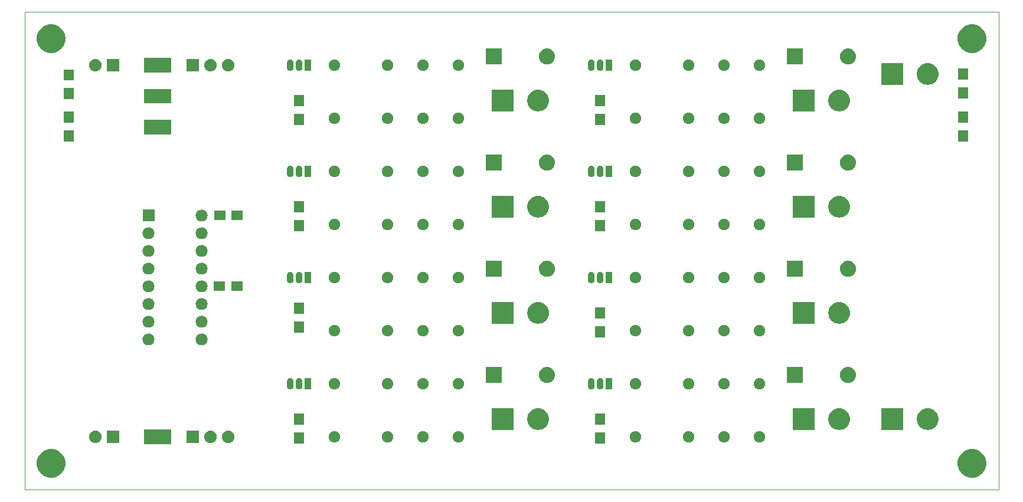
<source format=gbr>
G04 #@! TF.GenerationSoftware,KiCad,Pcbnew,(5.1.0-0)*
G04 #@! TF.CreationDate,2019-05-28T23:35:20+03:00*
G04 #@! TF.ProjectId,relelauta,72656c65-6c61-4757-9461-2e6b69636164,rev?*
G04 #@! TF.SameCoordinates,Original*
G04 #@! TF.FileFunction,Soldermask,Top*
G04 #@! TF.FilePolarity,Negative*
%FSLAX46Y46*%
G04 Gerber Fmt 4.6, Leading zero omitted, Abs format (unit mm)*
G04 Created by KiCad (PCBNEW (5.1.0-0)) date 2019-05-28 23:35:20*
%MOMM*%
%LPD*%
G04 APERTURE LIST*
%ADD10C,0.050000*%
%ADD11C,0.100000*%
G04 APERTURE END LIST*
D10*
X43180000Y-106680000D02*
X43180000Y-38100000D01*
X182880000Y-106680000D02*
X43180000Y-106680000D01*
X182880000Y-38100000D02*
X182880000Y-106680000D01*
X43180000Y-38100000D02*
X182880000Y-38100000D01*
D11*
G36*
X179668254Y-100897818D02*
G01*
X180041511Y-101052426D01*
X180041513Y-101052427D01*
X180377436Y-101276884D01*
X180663116Y-101562564D01*
X180887574Y-101898489D01*
X181042182Y-102271746D01*
X181121000Y-102667993D01*
X181121000Y-103072007D01*
X181042182Y-103468254D01*
X180887574Y-103841511D01*
X180887573Y-103841513D01*
X180663116Y-104177436D01*
X180377436Y-104463116D01*
X180041513Y-104687573D01*
X180041512Y-104687574D01*
X180041511Y-104687574D01*
X179668254Y-104842182D01*
X179272007Y-104921000D01*
X178867993Y-104921000D01*
X178471746Y-104842182D01*
X178098489Y-104687574D01*
X178098488Y-104687574D01*
X178098487Y-104687573D01*
X177762564Y-104463116D01*
X177476884Y-104177436D01*
X177252427Y-103841513D01*
X177252426Y-103841511D01*
X177097818Y-103468254D01*
X177019000Y-103072007D01*
X177019000Y-102667993D01*
X177097818Y-102271746D01*
X177252426Y-101898489D01*
X177476884Y-101562564D01*
X177762564Y-101276884D01*
X178098487Y-101052427D01*
X178098489Y-101052426D01*
X178471746Y-100897818D01*
X178867993Y-100819000D01*
X179272007Y-100819000D01*
X179668254Y-100897818D01*
X179668254Y-100897818D01*
G37*
G36*
X47588254Y-100897818D02*
G01*
X47961511Y-101052426D01*
X47961513Y-101052427D01*
X48297436Y-101276884D01*
X48583116Y-101562564D01*
X48807574Y-101898489D01*
X48962182Y-102271746D01*
X49041000Y-102667993D01*
X49041000Y-103072007D01*
X48962182Y-103468254D01*
X48807574Y-103841511D01*
X48807573Y-103841513D01*
X48583116Y-104177436D01*
X48297436Y-104463116D01*
X47961513Y-104687573D01*
X47961512Y-104687574D01*
X47961511Y-104687574D01*
X47588254Y-104842182D01*
X47192007Y-104921000D01*
X46787993Y-104921000D01*
X46391746Y-104842182D01*
X46018489Y-104687574D01*
X46018488Y-104687574D01*
X46018487Y-104687573D01*
X45682564Y-104463116D01*
X45396884Y-104177436D01*
X45172427Y-103841513D01*
X45172426Y-103841511D01*
X45017818Y-103468254D01*
X44939000Y-103072007D01*
X44939000Y-102667993D01*
X45017818Y-102271746D01*
X45172426Y-101898489D01*
X45396884Y-101562564D01*
X45682564Y-101276884D01*
X46018487Y-101052427D01*
X46018489Y-101052426D01*
X46391746Y-100897818D01*
X46787993Y-100819000D01*
X47192007Y-100819000D01*
X47588254Y-100897818D01*
X47588254Y-100897818D01*
G37*
G36*
X64181000Y-100111000D02*
G01*
X60279000Y-100111000D01*
X60279000Y-98009000D01*
X64181000Y-98009000D01*
X64181000Y-100111000D01*
X64181000Y-100111000D01*
G37*
G36*
X126431000Y-100021000D02*
G01*
X125029000Y-100021000D01*
X125029000Y-98419000D01*
X126431000Y-98419000D01*
X126431000Y-100021000D01*
X126431000Y-100021000D01*
G37*
G36*
X83251000Y-100021000D02*
G01*
X81849000Y-100021000D01*
X81849000Y-98419000D01*
X83251000Y-98419000D01*
X83251000Y-100021000D01*
X83251000Y-100021000D01*
G37*
G36*
X68211000Y-99961000D02*
G01*
X66409000Y-99961000D01*
X66409000Y-98159000D01*
X68211000Y-98159000D01*
X68211000Y-99961000D01*
X68211000Y-99961000D01*
G37*
G36*
X56781000Y-99961000D02*
G01*
X54979000Y-99961000D01*
X54979000Y-98159000D01*
X56781000Y-98159000D01*
X56781000Y-99961000D01*
X56781000Y-99961000D01*
G37*
G36*
X53450443Y-98165519D02*
G01*
X53516627Y-98172037D01*
X53686466Y-98223557D01*
X53842991Y-98307222D01*
X53878729Y-98336552D01*
X53980186Y-98419814D01*
X54063448Y-98521271D01*
X54092778Y-98557009D01*
X54176443Y-98713534D01*
X54227963Y-98883373D01*
X54245359Y-99060000D01*
X54227963Y-99236627D01*
X54176443Y-99406466D01*
X54092778Y-99562991D01*
X54080251Y-99578255D01*
X53980186Y-99700186D01*
X53882357Y-99780471D01*
X53842991Y-99812778D01*
X53686466Y-99896443D01*
X53516627Y-99947963D01*
X53450443Y-99954481D01*
X53384260Y-99961000D01*
X53295740Y-99961000D01*
X53229557Y-99954481D01*
X53163373Y-99947963D01*
X52993534Y-99896443D01*
X52837009Y-99812778D01*
X52797643Y-99780471D01*
X52699814Y-99700186D01*
X52599749Y-99578255D01*
X52587222Y-99562991D01*
X52503557Y-99406466D01*
X52452037Y-99236627D01*
X52434641Y-99060000D01*
X52452037Y-98883373D01*
X52503557Y-98713534D01*
X52587222Y-98557009D01*
X52616552Y-98521271D01*
X52699814Y-98419814D01*
X52801271Y-98336552D01*
X52837009Y-98307222D01*
X52993534Y-98223557D01*
X53163373Y-98172037D01*
X53229557Y-98165519D01*
X53295740Y-98159000D01*
X53384260Y-98159000D01*
X53450443Y-98165519D01*
X53450443Y-98165519D01*
G37*
G36*
X69960443Y-98165519D02*
G01*
X70026627Y-98172037D01*
X70196466Y-98223557D01*
X70352991Y-98307222D01*
X70388729Y-98336552D01*
X70490186Y-98419814D01*
X70573448Y-98521271D01*
X70602778Y-98557009D01*
X70686443Y-98713534D01*
X70737963Y-98883373D01*
X70755359Y-99060000D01*
X70737963Y-99236627D01*
X70686443Y-99406466D01*
X70602778Y-99562991D01*
X70590251Y-99578255D01*
X70490186Y-99700186D01*
X70392357Y-99780471D01*
X70352991Y-99812778D01*
X70196466Y-99896443D01*
X70026627Y-99947963D01*
X69960443Y-99954481D01*
X69894260Y-99961000D01*
X69805740Y-99961000D01*
X69739557Y-99954481D01*
X69673373Y-99947963D01*
X69503534Y-99896443D01*
X69347009Y-99812778D01*
X69307643Y-99780471D01*
X69209814Y-99700186D01*
X69109749Y-99578255D01*
X69097222Y-99562991D01*
X69013557Y-99406466D01*
X68962037Y-99236627D01*
X68944641Y-99060000D01*
X68962037Y-98883373D01*
X69013557Y-98713534D01*
X69097222Y-98557009D01*
X69126552Y-98521271D01*
X69209814Y-98419814D01*
X69311271Y-98336552D01*
X69347009Y-98307222D01*
X69503534Y-98223557D01*
X69673373Y-98172037D01*
X69739557Y-98165519D01*
X69805740Y-98159000D01*
X69894260Y-98159000D01*
X69960443Y-98165519D01*
X69960443Y-98165519D01*
G37*
G36*
X72500443Y-98165519D02*
G01*
X72566627Y-98172037D01*
X72736466Y-98223557D01*
X72892991Y-98307222D01*
X72928729Y-98336552D01*
X73030186Y-98419814D01*
X73113448Y-98521271D01*
X73142778Y-98557009D01*
X73226443Y-98713534D01*
X73277963Y-98883373D01*
X73295359Y-99060000D01*
X73277963Y-99236627D01*
X73226443Y-99406466D01*
X73142778Y-99562991D01*
X73130251Y-99578255D01*
X73030186Y-99700186D01*
X72932357Y-99780471D01*
X72892991Y-99812778D01*
X72736466Y-99896443D01*
X72566627Y-99947963D01*
X72500443Y-99954481D01*
X72434260Y-99961000D01*
X72345740Y-99961000D01*
X72279557Y-99954481D01*
X72213373Y-99947963D01*
X72043534Y-99896443D01*
X71887009Y-99812778D01*
X71847643Y-99780471D01*
X71749814Y-99700186D01*
X71649749Y-99578255D01*
X71637222Y-99562991D01*
X71553557Y-99406466D01*
X71502037Y-99236627D01*
X71484641Y-99060000D01*
X71502037Y-98883373D01*
X71553557Y-98713534D01*
X71637222Y-98557009D01*
X71666552Y-98521271D01*
X71749814Y-98419814D01*
X71851271Y-98336552D01*
X71887009Y-98307222D01*
X72043534Y-98223557D01*
X72213373Y-98172037D01*
X72279557Y-98165519D01*
X72345740Y-98159000D01*
X72434260Y-98159000D01*
X72500443Y-98165519D01*
X72500443Y-98165519D01*
G37*
G36*
X148827142Y-98278242D02*
G01*
X148975101Y-98339529D01*
X149108255Y-98428499D01*
X149221501Y-98541745D01*
X149310471Y-98674899D01*
X149371758Y-98822858D01*
X149403000Y-98979925D01*
X149403000Y-99140075D01*
X149371758Y-99297142D01*
X149310471Y-99445101D01*
X149221501Y-99578255D01*
X149108255Y-99691501D01*
X148975101Y-99780471D01*
X148827142Y-99841758D01*
X148670075Y-99873000D01*
X148509925Y-99873000D01*
X148352858Y-99841758D01*
X148204899Y-99780471D01*
X148071745Y-99691501D01*
X147958499Y-99578255D01*
X147869529Y-99445101D01*
X147808242Y-99297142D01*
X147777000Y-99140075D01*
X147777000Y-98979925D01*
X147808242Y-98822858D01*
X147869529Y-98674899D01*
X147958499Y-98541745D01*
X148071745Y-98428499D01*
X148204899Y-98339529D01*
X148352858Y-98278242D01*
X148509925Y-98247000D01*
X148670075Y-98247000D01*
X148827142Y-98278242D01*
X148827142Y-98278242D01*
G37*
G36*
X143747142Y-98278242D02*
G01*
X143895101Y-98339529D01*
X144028255Y-98428499D01*
X144141501Y-98541745D01*
X144230471Y-98674899D01*
X144291758Y-98822858D01*
X144323000Y-98979925D01*
X144323000Y-99140075D01*
X144291758Y-99297142D01*
X144230471Y-99445101D01*
X144141501Y-99578255D01*
X144028255Y-99691501D01*
X143895101Y-99780471D01*
X143747142Y-99841758D01*
X143590075Y-99873000D01*
X143429925Y-99873000D01*
X143272858Y-99841758D01*
X143124899Y-99780471D01*
X142991745Y-99691501D01*
X142878499Y-99578255D01*
X142789529Y-99445101D01*
X142728242Y-99297142D01*
X142697000Y-99140075D01*
X142697000Y-98979925D01*
X142728242Y-98822858D01*
X142789529Y-98674899D01*
X142878499Y-98541745D01*
X142991745Y-98428499D01*
X143124899Y-98339529D01*
X143272858Y-98278242D01*
X143429925Y-98247000D01*
X143590075Y-98247000D01*
X143747142Y-98278242D01*
X143747142Y-98278242D01*
G37*
G36*
X138667142Y-98278242D02*
G01*
X138815101Y-98339529D01*
X138948255Y-98428499D01*
X139061501Y-98541745D01*
X139150471Y-98674899D01*
X139211758Y-98822858D01*
X139243000Y-98979925D01*
X139243000Y-99140075D01*
X139211758Y-99297142D01*
X139150471Y-99445101D01*
X139061501Y-99578255D01*
X138948255Y-99691501D01*
X138815101Y-99780471D01*
X138667142Y-99841758D01*
X138510075Y-99873000D01*
X138349925Y-99873000D01*
X138192858Y-99841758D01*
X138044899Y-99780471D01*
X137911745Y-99691501D01*
X137798499Y-99578255D01*
X137709529Y-99445101D01*
X137648242Y-99297142D01*
X137617000Y-99140075D01*
X137617000Y-98979925D01*
X137648242Y-98822858D01*
X137709529Y-98674899D01*
X137798499Y-98541745D01*
X137911745Y-98428499D01*
X138044899Y-98339529D01*
X138192858Y-98278242D01*
X138349925Y-98247000D01*
X138510075Y-98247000D01*
X138667142Y-98278242D01*
X138667142Y-98278242D01*
G37*
G36*
X131047142Y-98278242D02*
G01*
X131195101Y-98339529D01*
X131328255Y-98428499D01*
X131441501Y-98541745D01*
X131530471Y-98674899D01*
X131591758Y-98822858D01*
X131623000Y-98979925D01*
X131623000Y-99140075D01*
X131591758Y-99297142D01*
X131530471Y-99445101D01*
X131441501Y-99578255D01*
X131328255Y-99691501D01*
X131195101Y-99780471D01*
X131047142Y-99841758D01*
X130890075Y-99873000D01*
X130729925Y-99873000D01*
X130572858Y-99841758D01*
X130424899Y-99780471D01*
X130291745Y-99691501D01*
X130178499Y-99578255D01*
X130089529Y-99445101D01*
X130028242Y-99297142D01*
X129997000Y-99140075D01*
X129997000Y-98979925D01*
X130028242Y-98822858D01*
X130089529Y-98674899D01*
X130178499Y-98541745D01*
X130291745Y-98428499D01*
X130424899Y-98339529D01*
X130572858Y-98278242D01*
X130729925Y-98247000D01*
X130890075Y-98247000D01*
X131047142Y-98278242D01*
X131047142Y-98278242D01*
G37*
G36*
X105647142Y-98278242D02*
G01*
X105795101Y-98339529D01*
X105928255Y-98428499D01*
X106041501Y-98541745D01*
X106130471Y-98674899D01*
X106191758Y-98822858D01*
X106223000Y-98979925D01*
X106223000Y-99140075D01*
X106191758Y-99297142D01*
X106130471Y-99445101D01*
X106041501Y-99578255D01*
X105928255Y-99691501D01*
X105795101Y-99780471D01*
X105647142Y-99841758D01*
X105490075Y-99873000D01*
X105329925Y-99873000D01*
X105172858Y-99841758D01*
X105024899Y-99780471D01*
X104891745Y-99691501D01*
X104778499Y-99578255D01*
X104689529Y-99445101D01*
X104628242Y-99297142D01*
X104597000Y-99140075D01*
X104597000Y-98979925D01*
X104628242Y-98822858D01*
X104689529Y-98674899D01*
X104778499Y-98541745D01*
X104891745Y-98428499D01*
X105024899Y-98339529D01*
X105172858Y-98278242D01*
X105329925Y-98247000D01*
X105490075Y-98247000D01*
X105647142Y-98278242D01*
X105647142Y-98278242D01*
G37*
G36*
X100567142Y-98278242D02*
G01*
X100715101Y-98339529D01*
X100848255Y-98428499D01*
X100961501Y-98541745D01*
X101050471Y-98674899D01*
X101111758Y-98822858D01*
X101143000Y-98979925D01*
X101143000Y-99140075D01*
X101111758Y-99297142D01*
X101050471Y-99445101D01*
X100961501Y-99578255D01*
X100848255Y-99691501D01*
X100715101Y-99780471D01*
X100567142Y-99841758D01*
X100410075Y-99873000D01*
X100249925Y-99873000D01*
X100092858Y-99841758D01*
X99944899Y-99780471D01*
X99811745Y-99691501D01*
X99698499Y-99578255D01*
X99609529Y-99445101D01*
X99548242Y-99297142D01*
X99517000Y-99140075D01*
X99517000Y-98979925D01*
X99548242Y-98822858D01*
X99609529Y-98674899D01*
X99698499Y-98541745D01*
X99811745Y-98428499D01*
X99944899Y-98339529D01*
X100092858Y-98278242D01*
X100249925Y-98247000D01*
X100410075Y-98247000D01*
X100567142Y-98278242D01*
X100567142Y-98278242D01*
G37*
G36*
X95487142Y-98278242D02*
G01*
X95635101Y-98339529D01*
X95768255Y-98428499D01*
X95881501Y-98541745D01*
X95970471Y-98674899D01*
X96031758Y-98822858D01*
X96063000Y-98979925D01*
X96063000Y-99140075D01*
X96031758Y-99297142D01*
X95970471Y-99445101D01*
X95881501Y-99578255D01*
X95768255Y-99691501D01*
X95635101Y-99780471D01*
X95487142Y-99841758D01*
X95330075Y-99873000D01*
X95169925Y-99873000D01*
X95012858Y-99841758D01*
X94864899Y-99780471D01*
X94731745Y-99691501D01*
X94618499Y-99578255D01*
X94529529Y-99445101D01*
X94468242Y-99297142D01*
X94437000Y-99140075D01*
X94437000Y-98979925D01*
X94468242Y-98822858D01*
X94529529Y-98674899D01*
X94618499Y-98541745D01*
X94731745Y-98428499D01*
X94864899Y-98339529D01*
X95012858Y-98278242D01*
X95169925Y-98247000D01*
X95330075Y-98247000D01*
X95487142Y-98278242D01*
X95487142Y-98278242D01*
G37*
G36*
X87867142Y-98278242D02*
G01*
X88015101Y-98339529D01*
X88148255Y-98428499D01*
X88261501Y-98541745D01*
X88350471Y-98674899D01*
X88411758Y-98822858D01*
X88443000Y-98979925D01*
X88443000Y-99140075D01*
X88411758Y-99297142D01*
X88350471Y-99445101D01*
X88261501Y-99578255D01*
X88148255Y-99691501D01*
X88015101Y-99780471D01*
X87867142Y-99841758D01*
X87710075Y-99873000D01*
X87549925Y-99873000D01*
X87392858Y-99841758D01*
X87244899Y-99780471D01*
X87111745Y-99691501D01*
X86998499Y-99578255D01*
X86909529Y-99445101D01*
X86848242Y-99297142D01*
X86817000Y-99140075D01*
X86817000Y-98979925D01*
X86848242Y-98822858D01*
X86909529Y-98674899D01*
X86998499Y-98541745D01*
X87111745Y-98428499D01*
X87244899Y-98339529D01*
X87392858Y-98278242D01*
X87549925Y-98247000D01*
X87710075Y-98247000D01*
X87867142Y-98278242D01*
X87867142Y-98278242D01*
G37*
G36*
X173022585Y-94998802D02*
G01*
X173172410Y-95028604D01*
X173454674Y-95145521D01*
X173708705Y-95315259D01*
X173924741Y-95531295D01*
X174094479Y-95785326D01*
X174211396Y-96067590D01*
X174271000Y-96367240D01*
X174271000Y-96672760D01*
X174211396Y-96972410D01*
X174094479Y-97254674D01*
X173924741Y-97508705D01*
X173708705Y-97724741D01*
X173454674Y-97894479D01*
X173172410Y-98011396D01*
X173022585Y-98041198D01*
X172872761Y-98071000D01*
X172567239Y-98071000D01*
X172417415Y-98041198D01*
X172267590Y-98011396D01*
X171985326Y-97894479D01*
X171731295Y-97724741D01*
X171515259Y-97508705D01*
X171345521Y-97254674D01*
X171228604Y-96972410D01*
X171169000Y-96672760D01*
X171169000Y-96367240D01*
X171228604Y-96067590D01*
X171345521Y-95785326D01*
X171515259Y-95531295D01*
X171731295Y-95315259D01*
X171985326Y-95145521D01*
X172267590Y-95028604D01*
X172417415Y-94998802D01*
X172567239Y-94969000D01*
X172872761Y-94969000D01*
X173022585Y-94998802D01*
X173022585Y-94998802D01*
G37*
G36*
X169191000Y-98071000D02*
G01*
X166089000Y-98071000D01*
X166089000Y-94969000D01*
X169191000Y-94969000D01*
X169191000Y-98071000D01*
X169191000Y-98071000D01*
G37*
G36*
X113311000Y-98071000D02*
G01*
X110209000Y-98071000D01*
X110209000Y-94969000D01*
X113311000Y-94969000D01*
X113311000Y-98071000D01*
X113311000Y-98071000D01*
G37*
G36*
X117142585Y-94998802D02*
G01*
X117292410Y-95028604D01*
X117574674Y-95145521D01*
X117828705Y-95315259D01*
X118044741Y-95531295D01*
X118214479Y-95785326D01*
X118331396Y-96067590D01*
X118391000Y-96367240D01*
X118391000Y-96672760D01*
X118331396Y-96972410D01*
X118214479Y-97254674D01*
X118044741Y-97508705D01*
X117828705Y-97724741D01*
X117574674Y-97894479D01*
X117292410Y-98011396D01*
X117142585Y-98041198D01*
X116992761Y-98071000D01*
X116687239Y-98071000D01*
X116537415Y-98041198D01*
X116387590Y-98011396D01*
X116105326Y-97894479D01*
X115851295Y-97724741D01*
X115635259Y-97508705D01*
X115465521Y-97254674D01*
X115348604Y-96972410D01*
X115289000Y-96672760D01*
X115289000Y-96367240D01*
X115348604Y-96067590D01*
X115465521Y-95785326D01*
X115635259Y-95531295D01*
X115851295Y-95315259D01*
X116105326Y-95145521D01*
X116387590Y-95028604D01*
X116537415Y-94998802D01*
X116687239Y-94969000D01*
X116992761Y-94969000D01*
X117142585Y-94998802D01*
X117142585Y-94998802D01*
G37*
G36*
X156491000Y-98071000D02*
G01*
X153389000Y-98071000D01*
X153389000Y-94969000D01*
X156491000Y-94969000D01*
X156491000Y-98071000D01*
X156491000Y-98071000D01*
G37*
G36*
X160322585Y-94998802D02*
G01*
X160472410Y-95028604D01*
X160754674Y-95145521D01*
X161008705Y-95315259D01*
X161224741Y-95531295D01*
X161394479Y-95785326D01*
X161511396Y-96067590D01*
X161571000Y-96367240D01*
X161571000Y-96672760D01*
X161511396Y-96972410D01*
X161394479Y-97254674D01*
X161224741Y-97508705D01*
X161008705Y-97724741D01*
X160754674Y-97894479D01*
X160472410Y-98011396D01*
X160322585Y-98041198D01*
X160172761Y-98071000D01*
X159867239Y-98071000D01*
X159717415Y-98041198D01*
X159567590Y-98011396D01*
X159285326Y-97894479D01*
X159031295Y-97724741D01*
X158815259Y-97508705D01*
X158645521Y-97254674D01*
X158528604Y-96972410D01*
X158469000Y-96672760D01*
X158469000Y-96367240D01*
X158528604Y-96067590D01*
X158645521Y-95785326D01*
X158815259Y-95531295D01*
X159031295Y-95315259D01*
X159285326Y-95145521D01*
X159567590Y-95028604D01*
X159717415Y-94998802D01*
X159867239Y-94969000D01*
X160172761Y-94969000D01*
X160322585Y-94998802D01*
X160322585Y-94998802D01*
G37*
G36*
X126431000Y-97321000D02*
G01*
X125029000Y-97321000D01*
X125029000Y-95719000D01*
X126431000Y-95719000D01*
X126431000Y-97321000D01*
X126431000Y-97321000D01*
G37*
G36*
X83251000Y-97321000D02*
G01*
X81849000Y-97321000D01*
X81849000Y-95719000D01*
X83251000Y-95719000D01*
X83251000Y-97321000D01*
X83251000Y-97321000D01*
G37*
G36*
X95487142Y-90658242D02*
G01*
X95635101Y-90719529D01*
X95768255Y-90808499D01*
X95881501Y-90921745D01*
X95970471Y-91054899D01*
X96031758Y-91202858D01*
X96063000Y-91359925D01*
X96063000Y-91520075D01*
X96031758Y-91677142D01*
X95970471Y-91825101D01*
X95881501Y-91958255D01*
X95768255Y-92071501D01*
X95635101Y-92160471D01*
X95487142Y-92221758D01*
X95330075Y-92253000D01*
X95169925Y-92253000D01*
X95012858Y-92221758D01*
X94864899Y-92160471D01*
X94731745Y-92071501D01*
X94618499Y-91958255D01*
X94529529Y-91825101D01*
X94468242Y-91677142D01*
X94437000Y-91520075D01*
X94437000Y-91359925D01*
X94468242Y-91202858D01*
X94529529Y-91054899D01*
X94618499Y-90921745D01*
X94731745Y-90808499D01*
X94864899Y-90719529D01*
X95012858Y-90658242D01*
X95169925Y-90627000D01*
X95330075Y-90627000D01*
X95487142Y-90658242D01*
X95487142Y-90658242D01*
G37*
G36*
X131047142Y-90658242D02*
G01*
X131195101Y-90719529D01*
X131328255Y-90808499D01*
X131441501Y-90921745D01*
X131530471Y-91054899D01*
X131591758Y-91202858D01*
X131623000Y-91359925D01*
X131623000Y-91520075D01*
X131591758Y-91677142D01*
X131530471Y-91825101D01*
X131441501Y-91958255D01*
X131328255Y-92071501D01*
X131195101Y-92160471D01*
X131047142Y-92221758D01*
X130890075Y-92253000D01*
X130729925Y-92253000D01*
X130572858Y-92221758D01*
X130424899Y-92160471D01*
X130291745Y-92071501D01*
X130178499Y-91958255D01*
X130089529Y-91825101D01*
X130028242Y-91677142D01*
X129997000Y-91520075D01*
X129997000Y-91359925D01*
X130028242Y-91202858D01*
X130089529Y-91054899D01*
X130178499Y-90921745D01*
X130291745Y-90808499D01*
X130424899Y-90719529D01*
X130572858Y-90658242D01*
X130729925Y-90627000D01*
X130890075Y-90627000D01*
X131047142Y-90658242D01*
X131047142Y-90658242D01*
G37*
G36*
X148827142Y-90658242D02*
G01*
X148975101Y-90719529D01*
X149108255Y-90808499D01*
X149221501Y-90921745D01*
X149310471Y-91054899D01*
X149371758Y-91202858D01*
X149403000Y-91359925D01*
X149403000Y-91520075D01*
X149371758Y-91677142D01*
X149310471Y-91825101D01*
X149221501Y-91958255D01*
X149108255Y-92071501D01*
X148975101Y-92160471D01*
X148827142Y-92221758D01*
X148670075Y-92253000D01*
X148509925Y-92253000D01*
X148352858Y-92221758D01*
X148204899Y-92160471D01*
X148071745Y-92071501D01*
X147958499Y-91958255D01*
X147869529Y-91825101D01*
X147808242Y-91677142D01*
X147777000Y-91520075D01*
X147777000Y-91359925D01*
X147808242Y-91202858D01*
X147869529Y-91054899D01*
X147958499Y-90921745D01*
X148071745Y-90808499D01*
X148204899Y-90719529D01*
X148352858Y-90658242D01*
X148509925Y-90627000D01*
X148670075Y-90627000D01*
X148827142Y-90658242D01*
X148827142Y-90658242D01*
G37*
G36*
X143747142Y-90658242D02*
G01*
X143895101Y-90719529D01*
X144028255Y-90808499D01*
X144141501Y-90921745D01*
X144230471Y-91054899D01*
X144291758Y-91202858D01*
X144323000Y-91359925D01*
X144323000Y-91520075D01*
X144291758Y-91677142D01*
X144230471Y-91825101D01*
X144141501Y-91958255D01*
X144028255Y-92071501D01*
X143895101Y-92160471D01*
X143747142Y-92221758D01*
X143590075Y-92253000D01*
X143429925Y-92253000D01*
X143272858Y-92221758D01*
X143124899Y-92160471D01*
X142991745Y-92071501D01*
X142878499Y-91958255D01*
X142789529Y-91825101D01*
X142728242Y-91677142D01*
X142697000Y-91520075D01*
X142697000Y-91359925D01*
X142728242Y-91202858D01*
X142789529Y-91054899D01*
X142878499Y-90921745D01*
X142991745Y-90808499D01*
X143124899Y-90719529D01*
X143272858Y-90658242D01*
X143429925Y-90627000D01*
X143590075Y-90627000D01*
X143747142Y-90658242D01*
X143747142Y-90658242D01*
G37*
G36*
X138667142Y-90658242D02*
G01*
X138815101Y-90719529D01*
X138948255Y-90808499D01*
X139061501Y-90921745D01*
X139150471Y-91054899D01*
X139211758Y-91202858D01*
X139243000Y-91359925D01*
X139243000Y-91520075D01*
X139211758Y-91677142D01*
X139150471Y-91825101D01*
X139061501Y-91958255D01*
X138948255Y-92071501D01*
X138815101Y-92160471D01*
X138667142Y-92221758D01*
X138510075Y-92253000D01*
X138349925Y-92253000D01*
X138192858Y-92221758D01*
X138044899Y-92160471D01*
X137911745Y-92071501D01*
X137798499Y-91958255D01*
X137709529Y-91825101D01*
X137648242Y-91677142D01*
X137617000Y-91520075D01*
X137617000Y-91359925D01*
X137648242Y-91202858D01*
X137709529Y-91054899D01*
X137798499Y-90921745D01*
X137911745Y-90808499D01*
X138044899Y-90719529D01*
X138192858Y-90658242D01*
X138349925Y-90627000D01*
X138510075Y-90627000D01*
X138667142Y-90658242D01*
X138667142Y-90658242D01*
G37*
G36*
X87867142Y-90658242D02*
G01*
X88015101Y-90719529D01*
X88148255Y-90808499D01*
X88261501Y-90921745D01*
X88350471Y-91054899D01*
X88411758Y-91202858D01*
X88443000Y-91359925D01*
X88443000Y-91520075D01*
X88411758Y-91677142D01*
X88350471Y-91825101D01*
X88261501Y-91958255D01*
X88148255Y-92071501D01*
X88015101Y-92160471D01*
X87867142Y-92221758D01*
X87710075Y-92253000D01*
X87549925Y-92253000D01*
X87392858Y-92221758D01*
X87244899Y-92160471D01*
X87111745Y-92071501D01*
X86998499Y-91958255D01*
X86909529Y-91825101D01*
X86848242Y-91677142D01*
X86817000Y-91520075D01*
X86817000Y-91359925D01*
X86848242Y-91202858D01*
X86909529Y-91054899D01*
X86998499Y-90921745D01*
X87111745Y-90808499D01*
X87244899Y-90719529D01*
X87392858Y-90658242D01*
X87549925Y-90627000D01*
X87710075Y-90627000D01*
X87867142Y-90658242D01*
X87867142Y-90658242D01*
G37*
G36*
X100567142Y-90658242D02*
G01*
X100715101Y-90719529D01*
X100848255Y-90808499D01*
X100961501Y-90921745D01*
X101050471Y-91054899D01*
X101111758Y-91202858D01*
X101143000Y-91359925D01*
X101143000Y-91520075D01*
X101111758Y-91677142D01*
X101050471Y-91825101D01*
X100961501Y-91958255D01*
X100848255Y-92071501D01*
X100715101Y-92160471D01*
X100567142Y-92221758D01*
X100410075Y-92253000D01*
X100249925Y-92253000D01*
X100092858Y-92221758D01*
X99944899Y-92160471D01*
X99811745Y-92071501D01*
X99698499Y-91958255D01*
X99609529Y-91825101D01*
X99548242Y-91677142D01*
X99517000Y-91520075D01*
X99517000Y-91359925D01*
X99548242Y-91202858D01*
X99609529Y-91054899D01*
X99698499Y-90921745D01*
X99811745Y-90808499D01*
X99944899Y-90719529D01*
X100092858Y-90658242D01*
X100249925Y-90627000D01*
X100410075Y-90627000D01*
X100567142Y-90658242D01*
X100567142Y-90658242D01*
G37*
G36*
X105647142Y-90658242D02*
G01*
X105795101Y-90719529D01*
X105928255Y-90808499D01*
X106041501Y-90921745D01*
X106130471Y-91054899D01*
X106191758Y-91202858D01*
X106223000Y-91359925D01*
X106223000Y-91520075D01*
X106191758Y-91677142D01*
X106130471Y-91825101D01*
X106041501Y-91958255D01*
X105928255Y-92071501D01*
X105795101Y-92160471D01*
X105647142Y-92221758D01*
X105490075Y-92253000D01*
X105329925Y-92253000D01*
X105172858Y-92221758D01*
X105024899Y-92160471D01*
X104891745Y-92071501D01*
X104778499Y-91958255D01*
X104689529Y-91825101D01*
X104628242Y-91677142D01*
X104597000Y-91520075D01*
X104597000Y-91359925D01*
X104628242Y-91202858D01*
X104689529Y-91054899D01*
X104778499Y-90921745D01*
X104891745Y-90808499D01*
X105024899Y-90719529D01*
X105172858Y-90658242D01*
X105329925Y-90627000D01*
X105490075Y-90627000D01*
X105647142Y-90658242D01*
X105647142Y-90658242D01*
G37*
G36*
X125828212Y-90646249D02*
G01*
X125922651Y-90674897D01*
X126009687Y-90721418D01*
X126085975Y-90784025D01*
X126148582Y-90860313D01*
X126195103Y-90947348D01*
X126223751Y-91041787D01*
X126231000Y-91115388D01*
X126231000Y-91764612D01*
X126223751Y-91838213D01*
X126195103Y-91932652D01*
X126148582Y-92019687D01*
X126085975Y-92095975D01*
X126009687Y-92158582D01*
X125922652Y-92205103D01*
X125828213Y-92233751D01*
X125730000Y-92243424D01*
X125631788Y-92233751D01*
X125537349Y-92205103D01*
X125450314Y-92158582D01*
X125374026Y-92095975D01*
X125311419Y-92019687D01*
X125264898Y-91932652D01*
X125236250Y-91838213D01*
X125229001Y-91764612D01*
X125229000Y-91764602D01*
X125229000Y-91115389D01*
X125236249Y-91041788D01*
X125264897Y-90947349D01*
X125311418Y-90860313D01*
X125374025Y-90784025D01*
X125450313Y-90721418D01*
X125537348Y-90674897D01*
X125631787Y-90646249D01*
X125730000Y-90636576D01*
X125828212Y-90646249D01*
X125828212Y-90646249D01*
G37*
G36*
X124558212Y-90646249D02*
G01*
X124652651Y-90674897D01*
X124739687Y-90721418D01*
X124815975Y-90784025D01*
X124878582Y-90860313D01*
X124925103Y-90947348D01*
X124953751Y-91041787D01*
X124961000Y-91115388D01*
X124961000Y-91764612D01*
X124953751Y-91838213D01*
X124925103Y-91932652D01*
X124878582Y-92019687D01*
X124815975Y-92095975D01*
X124739687Y-92158582D01*
X124652652Y-92205103D01*
X124558213Y-92233751D01*
X124460000Y-92243424D01*
X124361788Y-92233751D01*
X124267349Y-92205103D01*
X124180314Y-92158582D01*
X124104026Y-92095975D01*
X124041419Y-92019687D01*
X123994898Y-91932652D01*
X123966250Y-91838213D01*
X123959001Y-91764612D01*
X123959000Y-91764602D01*
X123959000Y-91115389D01*
X123966249Y-91041788D01*
X123994897Y-90947349D01*
X124041418Y-90860313D01*
X124104025Y-90784025D01*
X124180313Y-90721418D01*
X124267348Y-90674897D01*
X124361787Y-90646249D01*
X124460000Y-90636576D01*
X124558212Y-90646249D01*
X124558212Y-90646249D01*
G37*
G36*
X81378212Y-90646249D02*
G01*
X81472651Y-90674897D01*
X81559687Y-90721418D01*
X81635975Y-90784025D01*
X81698582Y-90860313D01*
X81745103Y-90947348D01*
X81773751Y-91041787D01*
X81781000Y-91115388D01*
X81781000Y-91764612D01*
X81773751Y-91838213D01*
X81745103Y-91932652D01*
X81698582Y-92019687D01*
X81635975Y-92095975D01*
X81559687Y-92158582D01*
X81472652Y-92205103D01*
X81378213Y-92233751D01*
X81280000Y-92243424D01*
X81181788Y-92233751D01*
X81087349Y-92205103D01*
X81000314Y-92158582D01*
X80924026Y-92095975D01*
X80861419Y-92019687D01*
X80814898Y-91932652D01*
X80786250Y-91838213D01*
X80779001Y-91764612D01*
X80779000Y-91764602D01*
X80779000Y-91115389D01*
X80786249Y-91041788D01*
X80814897Y-90947349D01*
X80861418Y-90860313D01*
X80924025Y-90784025D01*
X81000313Y-90721418D01*
X81087348Y-90674897D01*
X81181787Y-90646249D01*
X81280000Y-90636576D01*
X81378212Y-90646249D01*
X81378212Y-90646249D01*
G37*
G36*
X82648212Y-90646249D02*
G01*
X82742651Y-90674897D01*
X82829687Y-90721418D01*
X82905975Y-90784025D01*
X82968582Y-90860313D01*
X83015103Y-90947348D01*
X83043751Y-91041787D01*
X83051000Y-91115388D01*
X83051000Y-91764612D01*
X83043751Y-91838213D01*
X83015103Y-91932652D01*
X82968582Y-92019687D01*
X82905975Y-92095975D01*
X82829687Y-92158582D01*
X82742652Y-92205103D01*
X82648213Y-92233751D01*
X82550000Y-92243424D01*
X82451788Y-92233751D01*
X82357349Y-92205103D01*
X82270314Y-92158582D01*
X82194026Y-92095975D01*
X82131419Y-92019687D01*
X82084898Y-91932652D01*
X82056250Y-91838213D01*
X82049001Y-91764612D01*
X82049000Y-91764602D01*
X82049000Y-91115389D01*
X82056249Y-91041788D01*
X82084897Y-90947349D01*
X82131418Y-90860313D01*
X82194025Y-90784025D01*
X82270313Y-90721418D01*
X82357348Y-90674897D01*
X82451787Y-90646249D01*
X82550000Y-90636576D01*
X82648212Y-90646249D01*
X82648212Y-90646249D01*
G37*
G36*
X84321000Y-92241000D02*
G01*
X83319000Y-92241000D01*
X83319000Y-90639000D01*
X84321000Y-90639000D01*
X84321000Y-92241000D01*
X84321000Y-92241000D01*
G37*
G36*
X127501000Y-92241000D02*
G01*
X126499000Y-92241000D01*
X126499000Y-90639000D01*
X127501000Y-90639000D01*
X127501000Y-92241000D01*
X127501000Y-92241000D01*
G37*
G36*
X161459271Y-89030103D02*
G01*
X161515635Y-89035654D01*
X161732600Y-89101470D01*
X161732602Y-89101471D01*
X161932555Y-89208347D01*
X162107818Y-89352182D01*
X162251653Y-89527445D01*
X162358529Y-89727398D01*
X162424346Y-89944366D01*
X162446569Y-90170000D01*
X162424346Y-90395634D01*
X162358529Y-90612602D01*
X162251653Y-90812555D01*
X162107818Y-90987818D01*
X161932555Y-91131653D01*
X161799340Y-91202857D01*
X161732600Y-91238530D01*
X161515635Y-91304346D01*
X161459271Y-91309897D01*
X161346545Y-91321000D01*
X161233455Y-91321000D01*
X161120729Y-91309897D01*
X161064365Y-91304346D01*
X160847400Y-91238530D01*
X160780660Y-91202857D01*
X160647445Y-91131653D01*
X160472182Y-90987818D01*
X160328347Y-90812555D01*
X160221471Y-90612602D01*
X160155654Y-90395634D01*
X160133431Y-90170000D01*
X160155654Y-89944366D01*
X160221471Y-89727398D01*
X160328347Y-89527445D01*
X160472182Y-89352182D01*
X160647445Y-89208347D01*
X160847398Y-89101471D01*
X160847400Y-89101470D01*
X161064365Y-89035654D01*
X161120729Y-89030103D01*
X161233455Y-89019000D01*
X161346545Y-89019000D01*
X161459271Y-89030103D01*
X161459271Y-89030103D01*
G37*
G36*
X118279271Y-89030103D02*
G01*
X118335635Y-89035654D01*
X118552600Y-89101470D01*
X118552602Y-89101471D01*
X118752555Y-89208347D01*
X118927818Y-89352182D01*
X119071653Y-89527445D01*
X119178529Y-89727398D01*
X119244346Y-89944366D01*
X119266569Y-90170000D01*
X119244346Y-90395634D01*
X119178529Y-90612602D01*
X119071653Y-90812555D01*
X118927818Y-90987818D01*
X118752555Y-91131653D01*
X118619340Y-91202857D01*
X118552600Y-91238530D01*
X118335635Y-91304346D01*
X118279271Y-91309897D01*
X118166545Y-91321000D01*
X118053455Y-91321000D01*
X117940729Y-91309897D01*
X117884365Y-91304346D01*
X117667400Y-91238530D01*
X117600660Y-91202857D01*
X117467445Y-91131653D01*
X117292182Y-90987818D01*
X117148347Y-90812555D01*
X117041471Y-90612602D01*
X116975654Y-90395634D01*
X116953431Y-90170000D01*
X116975654Y-89944366D01*
X117041471Y-89727398D01*
X117148347Y-89527445D01*
X117292182Y-89352182D01*
X117467445Y-89208347D01*
X117667398Y-89101471D01*
X117667400Y-89101470D01*
X117884365Y-89035654D01*
X117940729Y-89030103D01*
X118053455Y-89019000D01*
X118166545Y-89019000D01*
X118279271Y-89030103D01*
X118279271Y-89030103D01*
G37*
G36*
X154821000Y-91321000D02*
G01*
X152519000Y-91321000D01*
X152519000Y-89019000D01*
X154821000Y-89019000D01*
X154821000Y-91321000D01*
X154821000Y-91321000D01*
G37*
G36*
X111641000Y-91321000D02*
G01*
X109339000Y-91321000D01*
X109339000Y-89019000D01*
X111641000Y-89019000D01*
X111641000Y-91321000D01*
X111641000Y-91321000D01*
G37*
G36*
X68746823Y-84251313D02*
G01*
X68907242Y-84299976D01*
X69039906Y-84370886D01*
X69055078Y-84378996D01*
X69184659Y-84485341D01*
X69291004Y-84614922D01*
X69291005Y-84614924D01*
X69370024Y-84762758D01*
X69418687Y-84923177D01*
X69435117Y-85090000D01*
X69418687Y-85256823D01*
X69370024Y-85417242D01*
X69299114Y-85549906D01*
X69291004Y-85565078D01*
X69184659Y-85694659D01*
X69055078Y-85801004D01*
X69055076Y-85801005D01*
X68907242Y-85880024D01*
X68746823Y-85928687D01*
X68621804Y-85941000D01*
X68538196Y-85941000D01*
X68413177Y-85928687D01*
X68252758Y-85880024D01*
X68104924Y-85801005D01*
X68104922Y-85801004D01*
X67975341Y-85694659D01*
X67868996Y-85565078D01*
X67860886Y-85549906D01*
X67789976Y-85417242D01*
X67741313Y-85256823D01*
X67724883Y-85090000D01*
X67741313Y-84923177D01*
X67789976Y-84762758D01*
X67868995Y-84614924D01*
X67868996Y-84614922D01*
X67975341Y-84485341D01*
X68104922Y-84378996D01*
X68120094Y-84370886D01*
X68252758Y-84299976D01*
X68413177Y-84251313D01*
X68538196Y-84239000D01*
X68621804Y-84239000D01*
X68746823Y-84251313D01*
X68746823Y-84251313D01*
G37*
G36*
X61126823Y-84251313D02*
G01*
X61287242Y-84299976D01*
X61419906Y-84370886D01*
X61435078Y-84378996D01*
X61564659Y-84485341D01*
X61671004Y-84614922D01*
X61671005Y-84614924D01*
X61750024Y-84762758D01*
X61798687Y-84923177D01*
X61815117Y-85090000D01*
X61798687Y-85256823D01*
X61750024Y-85417242D01*
X61679114Y-85549906D01*
X61671004Y-85565078D01*
X61564659Y-85694659D01*
X61435078Y-85801004D01*
X61435076Y-85801005D01*
X61287242Y-85880024D01*
X61126823Y-85928687D01*
X61001804Y-85941000D01*
X60918196Y-85941000D01*
X60793177Y-85928687D01*
X60632758Y-85880024D01*
X60484924Y-85801005D01*
X60484922Y-85801004D01*
X60355341Y-85694659D01*
X60248996Y-85565078D01*
X60240886Y-85549906D01*
X60169976Y-85417242D01*
X60121313Y-85256823D01*
X60104883Y-85090000D01*
X60121313Y-84923177D01*
X60169976Y-84762758D01*
X60248995Y-84614924D01*
X60248996Y-84614922D01*
X60355341Y-84485341D01*
X60484922Y-84378996D01*
X60500094Y-84370886D01*
X60632758Y-84299976D01*
X60793177Y-84251313D01*
X60918196Y-84239000D01*
X61001804Y-84239000D01*
X61126823Y-84251313D01*
X61126823Y-84251313D01*
G37*
G36*
X126431000Y-84781000D02*
G01*
X125029000Y-84781000D01*
X125029000Y-83179000D01*
X126431000Y-83179000D01*
X126431000Y-84781000D01*
X126431000Y-84781000D01*
G37*
G36*
X138667142Y-83038242D02*
G01*
X138815101Y-83099529D01*
X138948255Y-83188499D01*
X139061501Y-83301745D01*
X139150471Y-83434899D01*
X139211758Y-83582858D01*
X139243000Y-83739925D01*
X139243000Y-83900075D01*
X139211758Y-84057142D01*
X139150471Y-84205101D01*
X139061501Y-84338255D01*
X138948255Y-84451501D01*
X138815101Y-84540471D01*
X138667142Y-84601758D01*
X138510075Y-84633000D01*
X138349925Y-84633000D01*
X138192858Y-84601758D01*
X138044899Y-84540471D01*
X137911745Y-84451501D01*
X137798499Y-84338255D01*
X137709529Y-84205101D01*
X137648242Y-84057142D01*
X137617000Y-83900075D01*
X137617000Y-83739925D01*
X137648242Y-83582858D01*
X137709529Y-83434899D01*
X137798499Y-83301745D01*
X137911745Y-83188499D01*
X138044899Y-83099529D01*
X138192858Y-83038242D01*
X138349925Y-83007000D01*
X138510075Y-83007000D01*
X138667142Y-83038242D01*
X138667142Y-83038242D01*
G37*
G36*
X148827142Y-83038242D02*
G01*
X148975101Y-83099529D01*
X149108255Y-83188499D01*
X149221501Y-83301745D01*
X149310471Y-83434899D01*
X149371758Y-83582858D01*
X149403000Y-83739925D01*
X149403000Y-83900075D01*
X149371758Y-84057142D01*
X149310471Y-84205101D01*
X149221501Y-84338255D01*
X149108255Y-84451501D01*
X148975101Y-84540471D01*
X148827142Y-84601758D01*
X148670075Y-84633000D01*
X148509925Y-84633000D01*
X148352858Y-84601758D01*
X148204899Y-84540471D01*
X148071745Y-84451501D01*
X147958499Y-84338255D01*
X147869529Y-84205101D01*
X147808242Y-84057142D01*
X147777000Y-83900075D01*
X147777000Y-83739925D01*
X147808242Y-83582858D01*
X147869529Y-83434899D01*
X147958499Y-83301745D01*
X148071745Y-83188499D01*
X148204899Y-83099529D01*
X148352858Y-83038242D01*
X148509925Y-83007000D01*
X148670075Y-83007000D01*
X148827142Y-83038242D01*
X148827142Y-83038242D01*
G37*
G36*
X131047142Y-83038242D02*
G01*
X131195101Y-83099529D01*
X131328255Y-83188499D01*
X131441501Y-83301745D01*
X131530471Y-83434899D01*
X131591758Y-83582858D01*
X131623000Y-83739925D01*
X131623000Y-83900075D01*
X131591758Y-84057142D01*
X131530471Y-84205101D01*
X131441501Y-84338255D01*
X131328255Y-84451501D01*
X131195101Y-84540471D01*
X131047142Y-84601758D01*
X130890075Y-84633000D01*
X130729925Y-84633000D01*
X130572858Y-84601758D01*
X130424899Y-84540471D01*
X130291745Y-84451501D01*
X130178499Y-84338255D01*
X130089529Y-84205101D01*
X130028242Y-84057142D01*
X129997000Y-83900075D01*
X129997000Y-83739925D01*
X130028242Y-83582858D01*
X130089529Y-83434899D01*
X130178499Y-83301745D01*
X130291745Y-83188499D01*
X130424899Y-83099529D01*
X130572858Y-83038242D01*
X130729925Y-83007000D01*
X130890075Y-83007000D01*
X131047142Y-83038242D01*
X131047142Y-83038242D01*
G37*
G36*
X105647142Y-83038242D02*
G01*
X105795101Y-83099529D01*
X105928255Y-83188499D01*
X106041501Y-83301745D01*
X106130471Y-83434899D01*
X106191758Y-83582858D01*
X106223000Y-83739925D01*
X106223000Y-83900075D01*
X106191758Y-84057142D01*
X106130471Y-84205101D01*
X106041501Y-84338255D01*
X105928255Y-84451501D01*
X105795101Y-84540471D01*
X105647142Y-84601758D01*
X105490075Y-84633000D01*
X105329925Y-84633000D01*
X105172858Y-84601758D01*
X105024899Y-84540471D01*
X104891745Y-84451501D01*
X104778499Y-84338255D01*
X104689529Y-84205101D01*
X104628242Y-84057142D01*
X104597000Y-83900075D01*
X104597000Y-83739925D01*
X104628242Y-83582858D01*
X104689529Y-83434899D01*
X104778499Y-83301745D01*
X104891745Y-83188499D01*
X105024899Y-83099529D01*
X105172858Y-83038242D01*
X105329925Y-83007000D01*
X105490075Y-83007000D01*
X105647142Y-83038242D01*
X105647142Y-83038242D01*
G37*
G36*
X100567142Y-83038242D02*
G01*
X100715101Y-83099529D01*
X100848255Y-83188499D01*
X100961501Y-83301745D01*
X101050471Y-83434899D01*
X101111758Y-83582858D01*
X101143000Y-83739925D01*
X101143000Y-83900075D01*
X101111758Y-84057142D01*
X101050471Y-84205101D01*
X100961501Y-84338255D01*
X100848255Y-84451501D01*
X100715101Y-84540471D01*
X100567142Y-84601758D01*
X100410075Y-84633000D01*
X100249925Y-84633000D01*
X100092858Y-84601758D01*
X99944899Y-84540471D01*
X99811745Y-84451501D01*
X99698499Y-84338255D01*
X99609529Y-84205101D01*
X99548242Y-84057142D01*
X99517000Y-83900075D01*
X99517000Y-83739925D01*
X99548242Y-83582858D01*
X99609529Y-83434899D01*
X99698499Y-83301745D01*
X99811745Y-83188499D01*
X99944899Y-83099529D01*
X100092858Y-83038242D01*
X100249925Y-83007000D01*
X100410075Y-83007000D01*
X100567142Y-83038242D01*
X100567142Y-83038242D01*
G37*
G36*
X95487142Y-83038242D02*
G01*
X95635101Y-83099529D01*
X95768255Y-83188499D01*
X95881501Y-83301745D01*
X95970471Y-83434899D01*
X96031758Y-83582858D01*
X96063000Y-83739925D01*
X96063000Y-83900075D01*
X96031758Y-84057142D01*
X95970471Y-84205101D01*
X95881501Y-84338255D01*
X95768255Y-84451501D01*
X95635101Y-84540471D01*
X95487142Y-84601758D01*
X95330075Y-84633000D01*
X95169925Y-84633000D01*
X95012858Y-84601758D01*
X94864899Y-84540471D01*
X94731745Y-84451501D01*
X94618499Y-84338255D01*
X94529529Y-84205101D01*
X94468242Y-84057142D01*
X94437000Y-83900075D01*
X94437000Y-83739925D01*
X94468242Y-83582858D01*
X94529529Y-83434899D01*
X94618499Y-83301745D01*
X94731745Y-83188499D01*
X94864899Y-83099529D01*
X95012858Y-83038242D01*
X95169925Y-83007000D01*
X95330075Y-83007000D01*
X95487142Y-83038242D01*
X95487142Y-83038242D01*
G37*
G36*
X87867142Y-83038242D02*
G01*
X88015101Y-83099529D01*
X88148255Y-83188499D01*
X88261501Y-83301745D01*
X88350471Y-83434899D01*
X88411758Y-83582858D01*
X88443000Y-83739925D01*
X88443000Y-83900075D01*
X88411758Y-84057142D01*
X88350471Y-84205101D01*
X88261501Y-84338255D01*
X88148255Y-84451501D01*
X88015101Y-84540471D01*
X87867142Y-84601758D01*
X87710075Y-84633000D01*
X87549925Y-84633000D01*
X87392858Y-84601758D01*
X87244899Y-84540471D01*
X87111745Y-84451501D01*
X86998499Y-84338255D01*
X86909529Y-84205101D01*
X86848242Y-84057142D01*
X86817000Y-83900075D01*
X86817000Y-83739925D01*
X86848242Y-83582858D01*
X86909529Y-83434899D01*
X86998499Y-83301745D01*
X87111745Y-83188499D01*
X87244899Y-83099529D01*
X87392858Y-83038242D01*
X87549925Y-83007000D01*
X87710075Y-83007000D01*
X87867142Y-83038242D01*
X87867142Y-83038242D01*
G37*
G36*
X143747142Y-83038242D02*
G01*
X143895101Y-83099529D01*
X144028255Y-83188499D01*
X144141501Y-83301745D01*
X144230471Y-83434899D01*
X144291758Y-83582858D01*
X144323000Y-83739925D01*
X144323000Y-83900075D01*
X144291758Y-84057142D01*
X144230471Y-84205101D01*
X144141501Y-84338255D01*
X144028255Y-84451501D01*
X143895101Y-84540471D01*
X143747142Y-84601758D01*
X143590075Y-84633000D01*
X143429925Y-84633000D01*
X143272858Y-84601758D01*
X143124899Y-84540471D01*
X142991745Y-84451501D01*
X142878499Y-84338255D01*
X142789529Y-84205101D01*
X142728242Y-84057142D01*
X142697000Y-83900075D01*
X142697000Y-83739925D01*
X142728242Y-83582858D01*
X142789529Y-83434899D01*
X142878499Y-83301745D01*
X142991745Y-83188499D01*
X143124899Y-83099529D01*
X143272858Y-83038242D01*
X143429925Y-83007000D01*
X143590075Y-83007000D01*
X143747142Y-83038242D01*
X143747142Y-83038242D01*
G37*
G36*
X83251000Y-84146000D02*
G01*
X81849000Y-84146000D01*
X81849000Y-82544000D01*
X83251000Y-82544000D01*
X83251000Y-84146000D01*
X83251000Y-84146000D01*
G37*
G36*
X68746823Y-81711313D02*
G01*
X68907242Y-81759976D01*
X69039906Y-81830886D01*
X69055078Y-81838996D01*
X69184659Y-81945341D01*
X69291004Y-82074922D01*
X69291005Y-82074924D01*
X69370024Y-82222758D01*
X69418687Y-82383177D01*
X69435117Y-82550000D01*
X69418687Y-82716823D01*
X69370024Y-82877242D01*
X69300667Y-83007000D01*
X69291004Y-83025078D01*
X69184659Y-83154659D01*
X69055078Y-83261004D01*
X69055076Y-83261005D01*
X68907242Y-83340024D01*
X68746823Y-83388687D01*
X68621804Y-83401000D01*
X68538196Y-83401000D01*
X68413177Y-83388687D01*
X68252758Y-83340024D01*
X68104924Y-83261005D01*
X68104922Y-83261004D01*
X67975341Y-83154659D01*
X67868996Y-83025078D01*
X67859333Y-83007000D01*
X67789976Y-82877242D01*
X67741313Y-82716823D01*
X67724883Y-82550000D01*
X67741313Y-82383177D01*
X67789976Y-82222758D01*
X67868995Y-82074924D01*
X67868996Y-82074922D01*
X67975341Y-81945341D01*
X68104922Y-81838996D01*
X68120094Y-81830886D01*
X68252758Y-81759976D01*
X68413177Y-81711313D01*
X68538196Y-81699000D01*
X68621804Y-81699000D01*
X68746823Y-81711313D01*
X68746823Y-81711313D01*
G37*
G36*
X61126823Y-81711313D02*
G01*
X61287242Y-81759976D01*
X61419906Y-81830886D01*
X61435078Y-81838996D01*
X61564659Y-81945341D01*
X61671004Y-82074922D01*
X61671005Y-82074924D01*
X61750024Y-82222758D01*
X61798687Y-82383177D01*
X61815117Y-82550000D01*
X61798687Y-82716823D01*
X61750024Y-82877242D01*
X61680667Y-83007000D01*
X61671004Y-83025078D01*
X61564659Y-83154659D01*
X61435078Y-83261004D01*
X61435076Y-83261005D01*
X61287242Y-83340024D01*
X61126823Y-83388687D01*
X61001804Y-83401000D01*
X60918196Y-83401000D01*
X60793177Y-83388687D01*
X60632758Y-83340024D01*
X60484924Y-83261005D01*
X60484922Y-83261004D01*
X60355341Y-83154659D01*
X60248996Y-83025078D01*
X60239333Y-83007000D01*
X60169976Y-82877242D01*
X60121313Y-82716823D01*
X60104883Y-82550000D01*
X60121313Y-82383177D01*
X60169976Y-82222758D01*
X60248995Y-82074924D01*
X60248996Y-82074922D01*
X60355341Y-81945341D01*
X60484922Y-81838996D01*
X60500094Y-81830886D01*
X60632758Y-81759976D01*
X60793177Y-81711313D01*
X60918196Y-81699000D01*
X61001804Y-81699000D01*
X61126823Y-81711313D01*
X61126823Y-81711313D01*
G37*
G36*
X113311000Y-82831000D02*
G01*
X110209000Y-82831000D01*
X110209000Y-79729000D01*
X113311000Y-79729000D01*
X113311000Y-82831000D01*
X113311000Y-82831000D01*
G37*
G36*
X117142585Y-79758802D02*
G01*
X117292410Y-79788604D01*
X117574674Y-79905521D01*
X117828705Y-80075259D01*
X118044741Y-80291295D01*
X118214479Y-80545326D01*
X118331396Y-80827590D01*
X118361198Y-80977415D01*
X118391000Y-81127239D01*
X118391000Y-81432761D01*
X118361198Y-81582585D01*
X118331396Y-81732410D01*
X118214479Y-82014674D01*
X118044741Y-82268705D01*
X117828705Y-82484741D01*
X117574674Y-82654479D01*
X117292410Y-82771396D01*
X117142585Y-82801198D01*
X116992761Y-82831000D01*
X116687239Y-82831000D01*
X116537415Y-82801198D01*
X116387590Y-82771396D01*
X116105326Y-82654479D01*
X115851295Y-82484741D01*
X115635259Y-82268705D01*
X115465521Y-82014674D01*
X115348604Y-81732410D01*
X115318802Y-81582585D01*
X115289000Y-81432761D01*
X115289000Y-81127239D01*
X115318802Y-80977415D01*
X115348604Y-80827590D01*
X115465521Y-80545326D01*
X115635259Y-80291295D01*
X115851295Y-80075259D01*
X116105326Y-79905521D01*
X116387590Y-79788604D01*
X116537415Y-79758802D01*
X116687239Y-79729000D01*
X116992761Y-79729000D01*
X117142585Y-79758802D01*
X117142585Y-79758802D01*
G37*
G36*
X156491000Y-82831000D02*
G01*
X153389000Y-82831000D01*
X153389000Y-79729000D01*
X156491000Y-79729000D01*
X156491000Y-82831000D01*
X156491000Y-82831000D01*
G37*
G36*
X160322585Y-79758802D02*
G01*
X160472410Y-79788604D01*
X160754674Y-79905521D01*
X161008705Y-80075259D01*
X161224741Y-80291295D01*
X161394479Y-80545326D01*
X161511396Y-80827590D01*
X161541198Y-80977415D01*
X161571000Y-81127239D01*
X161571000Y-81432761D01*
X161541198Y-81582585D01*
X161511396Y-81732410D01*
X161394479Y-82014674D01*
X161224741Y-82268705D01*
X161008705Y-82484741D01*
X160754674Y-82654479D01*
X160472410Y-82771396D01*
X160322585Y-82801198D01*
X160172761Y-82831000D01*
X159867239Y-82831000D01*
X159717415Y-82801198D01*
X159567590Y-82771396D01*
X159285326Y-82654479D01*
X159031295Y-82484741D01*
X158815259Y-82268705D01*
X158645521Y-82014674D01*
X158528604Y-81732410D01*
X158498802Y-81582585D01*
X158469000Y-81432761D01*
X158469000Y-81127239D01*
X158498802Y-80977415D01*
X158528604Y-80827590D01*
X158645521Y-80545326D01*
X158815259Y-80291295D01*
X159031295Y-80075259D01*
X159285326Y-79905521D01*
X159567590Y-79788604D01*
X159717415Y-79758802D01*
X159867239Y-79729000D01*
X160172761Y-79729000D01*
X160322585Y-79758802D01*
X160322585Y-79758802D01*
G37*
G36*
X126431000Y-82081000D02*
G01*
X125029000Y-82081000D01*
X125029000Y-80479000D01*
X126431000Y-80479000D01*
X126431000Y-82081000D01*
X126431000Y-82081000D01*
G37*
G36*
X83251000Y-81446000D02*
G01*
X81849000Y-81446000D01*
X81849000Y-79844000D01*
X83251000Y-79844000D01*
X83251000Y-81446000D01*
X83251000Y-81446000D01*
G37*
G36*
X68746823Y-79171313D02*
G01*
X68907242Y-79219976D01*
X69039906Y-79290886D01*
X69055078Y-79298996D01*
X69184659Y-79405341D01*
X69291004Y-79534922D01*
X69291005Y-79534924D01*
X69370024Y-79682758D01*
X69418687Y-79843177D01*
X69435117Y-80010000D01*
X69418687Y-80176823D01*
X69370024Y-80337242D01*
X69299114Y-80469906D01*
X69291004Y-80485078D01*
X69184659Y-80614659D01*
X69055078Y-80721004D01*
X69055076Y-80721005D01*
X68907242Y-80800024D01*
X68746823Y-80848687D01*
X68621804Y-80861000D01*
X68538196Y-80861000D01*
X68413177Y-80848687D01*
X68252758Y-80800024D01*
X68104924Y-80721005D01*
X68104922Y-80721004D01*
X67975341Y-80614659D01*
X67868996Y-80485078D01*
X67860886Y-80469906D01*
X67789976Y-80337242D01*
X67741313Y-80176823D01*
X67724883Y-80010000D01*
X67741313Y-79843177D01*
X67789976Y-79682758D01*
X67868995Y-79534924D01*
X67868996Y-79534922D01*
X67975341Y-79405341D01*
X68104922Y-79298996D01*
X68120094Y-79290886D01*
X68252758Y-79219976D01*
X68413177Y-79171313D01*
X68538196Y-79159000D01*
X68621804Y-79159000D01*
X68746823Y-79171313D01*
X68746823Y-79171313D01*
G37*
G36*
X61126823Y-79171313D02*
G01*
X61287242Y-79219976D01*
X61419906Y-79290886D01*
X61435078Y-79298996D01*
X61564659Y-79405341D01*
X61671004Y-79534922D01*
X61671005Y-79534924D01*
X61750024Y-79682758D01*
X61798687Y-79843177D01*
X61815117Y-80010000D01*
X61798687Y-80176823D01*
X61750024Y-80337242D01*
X61679114Y-80469906D01*
X61671004Y-80485078D01*
X61564659Y-80614659D01*
X61435078Y-80721004D01*
X61435076Y-80721005D01*
X61287242Y-80800024D01*
X61126823Y-80848687D01*
X61001804Y-80861000D01*
X60918196Y-80861000D01*
X60793177Y-80848687D01*
X60632758Y-80800024D01*
X60484924Y-80721005D01*
X60484922Y-80721004D01*
X60355341Y-80614659D01*
X60248996Y-80485078D01*
X60240886Y-80469906D01*
X60169976Y-80337242D01*
X60121313Y-80176823D01*
X60104883Y-80010000D01*
X60121313Y-79843177D01*
X60169976Y-79682758D01*
X60248995Y-79534924D01*
X60248996Y-79534922D01*
X60355341Y-79405341D01*
X60484922Y-79298996D01*
X60500094Y-79290886D01*
X60632758Y-79219976D01*
X60793177Y-79171313D01*
X60918196Y-79159000D01*
X61001804Y-79159000D01*
X61126823Y-79171313D01*
X61126823Y-79171313D01*
G37*
G36*
X68746823Y-76631313D02*
G01*
X68907242Y-76679976D01*
X69039906Y-76750886D01*
X69055078Y-76758996D01*
X69184659Y-76865341D01*
X69291004Y-76994922D01*
X69291005Y-76994924D01*
X69370024Y-77142758D01*
X69418687Y-77303177D01*
X69435117Y-77470000D01*
X69418687Y-77636823D01*
X69370024Y-77797242D01*
X69299114Y-77929906D01*
X69291004Y-77945078D01*
X69184659Y-78074659D01*
X69055078Y-78181004D01*
X69055076Y-78181005D01*
X68907242Y-78260024D01*
X68746823Y-78308687D01*
X68621804Y-78321000D01*
X68538196Y-78321000D01*
X68413177Y-78308687D01*
X68252758Y-78260024D01*
X68104924Y-78181005D01*
X68104922Y-78181004D01*
X67975341Y-78074659D01*
X67868996Y-77945078D01*
X67860886Y-77929906D01*
X67789976Y-77797242D01*
X67741313Y-77636823D01*
X67724883Y-77470000D01*
X67741313Y-77303177D01*
X67789976Y-77142758D01*
X67868995Y-76994924D01*
X67868996Y-76994922D01*
X67975341Y-76865341D01*
X68104922Y-76758996D01*
X68120094Y-76750886D01*
X68252758Y-76679976D01*
X68413177Y-76631313D01*
X68538196Y-76619000D01*
X68621804Y-76619000D01*
X68746823Y-76631313D01*
X68746823Y-76631313D01*
G37*
G36*
X61126823Y-76631313D02*
G01*
X61287242Y-76679976D01*
X61419906Y-76750886D01*
X61435078Y-76758996D01*
X61564659Y-76865341D01*
X61671004Y-76994922D01*
X61671005Y-76994924D01*
X61750024Y-77142758D01*
X61798687Y-77303177D01*
X61815117Y-77470000D01*
X61798687Y-77636823D01*
X61750024Y-77797242D01*
X61679114Y-77929906D01*
X61671004Y-77945078D01*
X61564659Y-78074659D01*
X61435078Y-78181004D01*
X61435076Y-78181005D01*
X61287242Y-78260024D01*
X61126823Y-78308687D01*
X61001804Y-78321000D01*
X60918196Y-78321000D01*
X60793177Y-78308687D01*
X60632758Y-78260024D01*
X60484924Y-78181005D01*
X60484922Y-78181004D01*
X60355341Y-78074659D01*
X60248996Y-77945078D01*
X60240886Y-77929906D01*
X60169976Y-77797242D01*
X60121313Y-77636823D01*
X60104883Y-77470000D01*
X60121313Y-77303177D01*
X60169976Y-77142758D01*
X60248995Y-76994924D01*
X60248996Y-76994922D01*
X60355341Y-76865341D01*
X60484922Y-76758996D01*
X60500094Y-76750886D01*
X60632758Y-76679976D01*
X60793177Y-76631313D01*
X60918196Y-76619000D01*
X61001804Y-76619000D01*
X61126823Y-76631313D01*
X61126823Y-76631313D01*
G37*
G36*
X71941000Y-78146000D02*
G01*
X70339000Y-78146000D01*
X70339000Y-76794000D01*
X71941000Y-76794000D01*
X71941000Y-78146000D01*
X71941000Y-78146000D01*
G37*
G36*
X74441000Y-78146000D02*
G01*
X72839000Y-78146000D01*
X72839000Y-76794000D01*
X74441000Y-76794000D01*
X74441000Y-78146000D01*
X74441000Y-78146000D01*
G37*
G36*
X87867142Y-75418242D02*
G01*
X88015101Y-75479529D01*
X88148255Y-75568499D01*
X88261501Y-75681745D01*
X88350471Y-75814899D01*
X88411758Y-75962858D01*
X88443000Y-76119925D01*
X88443000Y-76280075D01*
X88411758Y-76437142D01*
X88350471Y-76585101D01*
X88261501Y-76718255D01*
X88148255Y-76831501D01*
X88015101Y-76920471D01*
X87867142Y-76981758D01*
X87710075Y-77013000D01*
X87549925Y-77013000D01*
X87392858Y-76981758D01*
X87244899Y-76920471D01*
X87111745Y-76831501D01*
X86998499Y-76718255D01*
X86909529Y-76585101D01*
X86848242Y-76437142D01*
X86817000Y-76280075D01*
X86817000Y-76119925D01*
X86848242Y-75962858D01*
X86909529Y-75814899D01*
X86998499Y-75681745D01*
X87111745Y-75568499D01*
X87244899Y-75479529D01*
X87392858Y-75418242D01*
X87549925Y-75387000D01*
X87710075Y-75387000D01*
X87867142Y-75418242D01*
X87867142Y-75418242D01*
G37*
G36*
X105647142Y-75418242D02*
G01*
X105795101Y-75479529D01*
X105928255Y-75568499D01*
X106041501Y-75681745D01*
X106130471Y-75814899D01*
X106191758Y-75962858D01*
X106223000Y-76119925D01*
X106223000Y-76280075D01*
X106191758Y-76437142D01*
X106130471Y-76585101D01*
X106041501Y-76718255D01*
X105928255Y-76831501D01*
X105795101Y-76920471D01*
X105647142Y-76981758D01*
X105490075Y-77013000D01*
X105329925Y-77013000D01*
X105172858Y-76981758D01*
X105024899Y-76920471D01*
X104891745Y-76831501D01*
X104778499Y-76718255D01*
X104689529Y-76585101D01*
X104628242Y-76437142D01*
X104597000Y-76280075D01*
X104597000Y-76119925D01*
X104628242Y-75962858D01*
X104689529Y-75814899D01*
X104778499Y-75681745D01*
X104891745Y-75568499D01*
X105024899Y-75479529D01*
X105172858Y-75418242D01*
X105329925Y-75387000D01*
X105490075Y-75387000D01*
X105647142Y-75418242D01*
X105647142Y-75418242D01*
G37*
G36*
X100567142Y-75418242D02*
G01*
X100715101Y-75479529D01*
X100848255Y-75568499D01*
X100961501Y-75681745D01*
X101050471Y-75814899D01*
X101111758Y-75962858D01*
X101143000Y-76119925D01*
X101143000Y-76280075D01*
X101111758Y-76437142D01*
X101050471Y-76585101D01*
X100961501Y-76718255D01*
X100848255Y-76831501D01*
X100715101Y-76920471D01*
X100567142Y-76981758D01*
X100410075Y-77013000D01*
X100249925Y-77013000D01*
X100092858Y-76981758D01*
X99944899Y-76920471D01*
X99811745Y-76831501D01*
X99698499Y-76718255D01*
X99609529Y-76585101D01*
X99548242Y-76437142D01*
X99517000Y-76280075D01*
X99517000Y-76119925D01*
X99548242Y-75962858D01*
X99609529Y-75814899D01*
X99698499Y-75681745D01*
X99811745Y-75568499D01*
X99944899Y-75479529D01*
X100092858Y-75418242D01*
X100249925Y-75387000D01*
X100410075Y-75387000D01*
X100567142Y-75418242D01*
X100567142Y-75418242D01*
G37*
G36*
X95487142Y-75418242D02*
G01*
X95635101Y-75479529D01*
X95768255Y-75568499D01*
X95881501Y-75681745D01*
X95970471Y-75814899D01*
X96031758Y-75962858D01*
X96063000Y-76119925D01*
X96063000Y-76280075D01*
X96031758Y-76437142D01*
X95970471Y-76585101D01*
X95881501Y-76718255D01*
X95768255Y-76831501D01*
X95635101Y-76920471D01*
X95487142Y-76981758D01*
X95330075Y-77013000D01*
X95169925Y-77013000D01*
X95012858Y-76981758D01*
X94864899Y-76920471D01*
X94731745Y-76831501D01*
X94618499Y-76718255D01*
X94529529Y-76585101D01*
X94468242Y-76437142D01*
X94437000Y-76280075D01*
X94437000Y-76119925D01*
X94468242Y-75962858D01*
X94529529Y-75814899D01*
X94618499Y-75681745D01*
X94731745Y-75568499D01*
X94864899Y-75479529D01*
X95012858Y-75418242D01*
X95169925Y-75387000D01*
X95330075Y-75387000D01*
X95487142Y-75418242D01*
X95487142Y-75418242D01*
G37*
G36*
X131047142Y-75418242D02*
G01*
X131195101Y-75479529D01*
X131328255Y-75568499D01*
X131441501Y-75681745D01*
X131530471Y-75814899D01*
X131591758Y-75962858D01*
X131623000Y-76119925D01*
X131623000Y-76280075D01*
X131591758Y-76437142D01*
X131530471Y-76585101D01*
X131441501Y-76718255D01*
X131328255Y-76831501D01*
X131195101Y-76920471D01*
X131047142Y-76981758D01*
X130890075Y-77013000D01*
X130729925Y-77013000D01*
X130572858Y-76981758D01*
X130424899Y-76920471D01*
X130291745Y-76831501D01*
X130178499Y-76718255D01*
X130089529Y-76585101D01*
X130028242Y-76437142D01*
X129997000Y-76280075D01*
X129997000Y-76119925D01*
X130028242Y-75962858D01*
X130089529Y-75814899D01*
X130178499Y-75681745D01*
X130291745Y-75568499D01*
X130424899Y-75479529D01*
X130572858Y-75418242D01*
X130729925Y-75387000D01*
X130890075Y-75387000D01*
X131047142Y-75418242D01*
X131047142Y-75418242D01*
G37*
G36*
X148827142Y-75418242D02*
G01*
X148975101Y-75479529D01*
X149108255Y-75568499D01*
X149221501Y-75681745D01*
X149310471Y-75814899D01*
X149371758Y-75962858D01*
X149403000Y-76119925D01*
X149403000Y-76280075D01*
X149371758Y-76437142D01*
X149310471Y-76585101D01*
X149221501Y-76718255D01*
X149108255Y-76831501D01*
X148975101Y-76920471D01*
X148827142Y-76981758D01*
X148670075Y-77013000D01*
X148509925Y-77013000D01*
X148352858Y-76981758D01*
X148204899Y-76920471D01*
X148071745Y-76831501D01*
X147958499Y-76718255D01*
X147869529Y-76585101D01*
X147808242Y-76437142D01*
X147777000Y-76280075D01*
X147777000Y-76119925D01*
X147808242Y-75962858D01*
X147869529Y-75814899D01*
X147958499Y-75681745D01*
X148071745Y-75568499D01*
X148204899Y-75479529D01*
X148352858Y-75418242D01*
X148509925Y-75387000D01*
X148670075Y-75387000D01*
X148827142Y-75418242D01*
X148827142Y-75418242D01*
G37*
G36*
X143747142Y-75418242D02*
G01*
X143895101Y-75479529D01*
X144028255Y-75568499D01*
X144141501Y-75681745D01*
X144230471Y-75814899D01*
X144291758Y-75962858D01*
X144323000Y-76119925D01*
X144323000Y-76280075D01*
X144291758Y-76437142D01*
X144230471Y-76585101D01*
X144141501Y-76718255D01*
X144028255Y-76831501D01*
X143895101Y-76920471D01*
X143747142Y-76981758D01*
X143590075Y-77013000D01*
X143429925Y-77013000D01*
X143272858Y-76981758D01*
X143124899Y-76920471D01*
X142991745Y-76831501D01*
X142878499Y-76718255D01*
X142789529Y-76585101D01*
X142728242Y-76437142D01*
X142697000Y-76280075D01*
X142697000Y-76119925D01*
X142728242Y-75962858D01*
X142789529Y-75814899D01*
X142878499Y-75681745D01*
X142991745Y-75568499D01*
X143124899Y-75479529D01*
X143272858Y-75418242D01*
X143429925Y-75387000D01*
X143590075Y-75387000D01*
X143747142Y-75418242D01*
X143747142Y-75418242D01*
G37*
G36*
X138667142Y-75418242D02*
G01*
X138815101Y-75479529D01*
X138948255Y-75568499D01*
X139061501Y-75681745D01*
X139150471Y-75814899D01*
X139211758Y-75962858D01*
X139243000Y-76119925D01*
X139243000Y-76280075D01*
X139211758Y-76437142D01*
X139150471Y-76585101D01*
X139061501Y-76718255D01*
X138948255Y-76831501D01*
X138815101Y-76920471D01*
X138667142Y-76981758D01*
X138510075Y-77013000D01*
X138349925Y-77013000D01*
X138192858Y-76981758D01*
X138044899Y-76920471D01*
X137911745Y-76831501D01*
X137798499Y-76718255D01*
X137709529Y-76585101D01*
X137648242Y-76437142D01*
X137617000Y-76280075D01*
X137617000Y-76119925D01*
X137648242Y-75962858D01*
X137709529Y-75814899D01*
X137798499Y-75681745D01*
X137911745Y-75568499D01*
X138044899Y-75479529D01*
X138192858Y-75418242D01*
X138349925Y-75387000D01*
X138510075Y-75387000D01*
X138667142Y-75418242D01*
X138667142Y-75418242D01*
G37*
G36*
X124558212Y-75406249D02*
G01*
X124652651Y-75434897D01*
X124739687Y-75481418D01*
X124815975Y-75544025D01*
X124878582Y-75620313D01*
X124925103Y-75707348D01*
X124953751Y-75801787D01*
X124961000Y-75875388D01*
X124961000Y-76524612D01*
X124953751Y-76598213D01*
X124925103Y-76692652D01*
X124878582Y-76779687D01*
X124815975Y-76855975D01*
X124739687Y-76918582D01*
X124652652Y-76965103D01*
X124558213Y-76993751D01*
X124460000Y-77003424D01*
X124361788Y-76993751D01*
X124267349Y-76965103D01*
X124180314Y-76918582D01*
X124104026Y-76855975D01*
X124041419Y-76779687D01*
X123994898Y-76692652D01*
X123966250Y-76598213D01*
X123959001Y-76524612D01*
X123959000Y-76524602D01*
X123959000Y-75875389D01*
X123966249Y-75801788D01*
X123994897Y-75707349D01*
X124041418Y-75620313D01*
X124104025Y-75544025D01*
X124180313Y-75481418D01*
X124267348Y-75434897D01*
X124361787Y-75406249D01*
X124460000Y-75396576D01*
X124558212Y-75406249D01*
X124558212Y-75406249D01*
G37*
G36*
X125828212Y-75406249D02*
G01*
X125922651Y-75434897D01*
X126009687Y-75481418D01*
X126085975Y-75544025D01*
X126148582Y-75620313D01*
X126195103Y-75707348D01*
X126223751Y-75801787D01*
X126231000Y-75875388D01*
X126231000Y-76524612D01*
X126223751Y-76598213D01*
X126195103Y-76692652D01*
X126148582Y-76779687D01*
X126085975Y-76855975D01*
X126009687Y-76918582D01*
X125922652Y-76965103D01*
X125828213Y-76993751D01*
X125730000Y-77003424D01*
X125631788Y-76993751D01*
X125537349Y-76965103D01*
X125450314Y-76918582D01*
X125374026Y-76855975D01*
X125311419Y-76779687D01*
X125264898Y-76692652D01*
X125236250Y-76598213D01*
X125229001Y-76524612D01*
X125229000Y-76524602D01*
X125229000Y-75875389D01*
X125236249Y-75801788D01*
X125264897Y-75707349D01*
X125311418Y-75620313D01*
X125374025Y-75544025D01*
X125450313Y-75481418D01*
X125537348Y-75434897D01*
X125631787Y-75406249D01*
X125730000Y-75396576D01*
X125828212Y-75406249D01*
X125828212Y-75406249D01*
G37*
G36*
X81378212Y-75406249D02*
G01*
X81472651Y-75434897D01*
X81559687Y-75481418D01*
X81635975Y-75544025D01*
X81698582Y-75620313D01*
X81745103Y-75707348D01*
X81773751Y-75801787D01*
X81781000Y-75875388D01*
X81781000Y-76524612D01*
X81773751Y-76598213D01*
X81745103Y-76692652D01*
X81698582Y-76779687D01*
X81635975Y-76855975D01*
X81559687Y-76918582D01*
X81472652Y-76965103D01*
X81378213Y-76993751D01*
X81280000Y-77003424D01*
X81181788Y-76993751D01*
X81087349Y-76965103D01*
X81000314Y-76918582D01*
X80924026Y-76855975D01*
X80861419Y-76779687D01*
X80814898Y-76692652D01*
X80786250Y-76598213D01*
X80779001Y-76524612D01*
X80779000Y-76524602D01*
X80779000Y-75875389D01*
X80786249Y-75801788D01*
X80814897Y-75707349D01*
X80861418Y-75620313D01*
X80924025Y-75544025D01*
X81000313Y-75481418D01*
X81087348Y-75434897D01*
X81181787Y-75406249D01*
X81280000Y-75396576D01*
X81378212Y-75406249D01*
X81378212Y-75406249D01*
G37*
G36*
X82648212Y-75406249D02*
G01*
X82742651Y-75434897D01*
X82829687Y-75481418D01*
X82905975Y-75544025D01*
X82968582Y-75620313D01*
X83015103Y-75707348D01*
X83043751Y-75801787D01*
X83051000Y-75875388D01*
X83051000Y-76524612D01*
X83043751Y-76598213D01*
X83015103Y-76692652D01*
X82968582Y-76779687D01*
X82905975Y-76855975D01*
X82829687Y-76918582D01*
X82742652Y-76965103D01*
X82648213Y-76993751D01*
X82550000Y-77003424D01*
X82451788Y-76993751D01*
X82357349Y-76965103D01*
X82270314Y-76918582D01*
X82194026Y-76855975D01*
X82131419Y-76779687D01*
X82084898Y-76692652D01*
X82056250Y-76598213D01*
X82049001Y-76524612D01*
X82049000Y-76524602D01*
X82049000Y-75875389D01*
X82056249Y-75801788D01*
X82084897Y-75707349D01*
X82131418Y-75620313D01*
X82194025Y-75544025D01*
X82270313Y-75481418D01*
X82357348Y-75434897D01*
X82451787Y-75406249D01*
X82550000Y-75396576D01*
X82648212Y-75406249D01*
X82648212Y-75406249D01*
G37*
G36*
X127501000Y-77001000D02*
G01*
X126499000Y-77001000D01*
X126499000Y-75399000D01*
X127501000Y-75399000D01*
X127501000Y-77001000D01*
X127501000Y-77001000D01*
G37*
G36*
X84321000Y-77001000D02*
G01*
X83319000Y-77001000D01*
X83319000Y-75399000D01*
X84321000Y-75399000D01*
X84321000Y-77001000D01*
X84321000Y-77001000D01*
G37*
G36*
X111641000Y-76081000D02*
G01*
X109339000Y-76081000D01*
X109339000Y-73779000D01*
X111641000Y-73779000D01*
X111641000Y-76081000D01*
X111641000Y-76081000D01*
G37*
G36*
X161459271Y-73790103D02*
G01*
X161515635Y-73795654D01*
X161732600Y-73861470D01*
X161732602Y-73861471D01*
X161932555Y-73968347D01*
X162107818Y-74112182D01*
X162251653Y-74287445D01*
X162341170Y-74454922D01*
X162358530Y-74487400D01*
X162424346Y-74704365D01*
X162446569Y-74930000D01*
X162424346Y-75155635D01*
X162393524Y-75257242D01*
X162358529Y-75372602D01*
X162251653Y-75572555D01*
X162107818Y-75747818D01*
X161932555Y-75891653D01*
X161799340Y-75962857D01*
X161732600Y-75998530D01*
X161515635Y-76064346D01*
X161459271Y-76069897D01*
X161346545Y-76081000D01*
X161233455Y-76081000D01*
X161120729Y-76069897D01*
X161064365Y-76064346D01*
X160847400Y-75998530D01*
X160780660Y-75962857D01*
X160647445Y-75891653D01*
X160472182Y-75747818D01*
X160328347Y-75572555D01*
X160221471Y-75372602D01*
X160186477Y-75257242D01*
X160155654Y-75155635D01*
X160133431Y-74930000D01*
X160155654Y-74704365D01*
X160221470Y-74487400D01*
X160238830Y-74454922D01*
X160328347Y-74287445D01*
X160472182Y-74112182D01*
X160647445Y-73968347D01*
X160847398Y-73861471D01*
X160847400Y-73861470D01*
X161064365Y-73795654D01*
X161120729Y-73790103D01*
X161233455Y-73779000D01*
X161346545Y-73779000D01*
X161459271Y-73790103D01*
X161459271Y-73790103D01*
G37*
G36*
X154821000Y-76081000D02*
G01*
X152519000Y-76081000D01*
X152519000Y-73779000D01*
X154821000Y-73779000D01*
X154821000Y-76081000D01*
X154821000Y-76081000D01*
G37*
G36*
X118279271Y-73790103D02*
G01*
X118335635Y-73795654D01*
X118552600Y-73861470D01*
X118552602Y-73861471D01*
X118752555Y-73968347D01*
X118927818Y-74112182D01*
X119071653Y-74287445D01*
X119161170Y-74454922D01*
X119178530Y-74487400D01*
X119244346Y-74704365D01*
X119266569Y-74930000D01*
X119244346Y-75155635D01*
X119213524Y-75257242D01*
X119178529Y-75372602D01*
X119071653Y-75572555D01*
X118927818Y-75747818D01*
X118752555Y-75891653D01*
X118619340Y-75962857D01*
X118552600Y-75998530D01*
X118335635Y-76064346D01*
X118279271Y-76069897D01*
X118166545Y-76081000D01*
X118053455Y-76081000D01*
X117940729Y-76069897D01*
X117884365Y-76064346D01*
X117667400Y-75998530D01*
X117600660Y-75962857D01*
X117467445Y-75891653D01*
X117292182Y-75747818D01*
X117148347Y-75572555D01*
X117041471Y-75372602D01*
X117006477Y-75257242D01*
X116975654Y-75155635D01*
X116953431Y-74930000D01*
X116975654Y-74704365D01*
X117041470Y-74487400D01*
X117058830Y-74454922D01*
X117148347Y-74287445D01*
X117292182Y-74112182D01*
X117467445Y-73968347D01*
X117667398Y-73861471D01*
X117667400Y-73861470D01*
X117884365Y-73795654D01*
X117940729Y-73790103D01*
X118053455Y-73779000D01*
X118166545Y-73779000D01*
X118279271Y-73790103D01*
X118279271Y-73790103D01*
G37*
G36*
X68746823Y-74091313D02*
G01*
X68907242Y-74139976D01*
X69039906Y-74210886D01*
X69055078Y-74218996D01*
X69184659Y-74325341D01*
X69291004Y-74454922D01*
X69291005Y-74454924D01*
X69370024Y-74602758D01*
X69418687Y-74763177D01*
X69435117Y-74930000D01*
X69418687Y-75096823D01*
X69370024Y-75257242D01*
X69308364Y-75372600D01*
X69291004Y-75405078D01*
X69184659Y-75534659D01*
X69055078Y-75641004D01*
X69055076Y-75641005D01*
X68907242Y-75720024D01*
X68746823Y-75768687D01*
X68621804Y-75781000D01*
X68538196Y-75781000D01*
X68413177Y-75768687D01*
X68252758Y-75720024D01*
X68104924Y-75641005D01*
X68104922Y-75641004D01*
X67975341Y-75534659D01*
X67868996Y-75405078D01*
X67851636Y-75372600D01*
X67789976Y-75257242D01*
X67741313Y-75096823D01*
X67724883Y-74930000D01*
X67741313Y-74763177D01*
X67789976Y-74602758D01*
X67868995Y-74454924D01*
X67868996Y-74454922D01*
X67975341Y-74325341D01*
X68104922Y-74218996D01*
X68120094Y-74210886D01*
X68252758Y-74139976D01*
X68413177Y-74091313D01*
X68538196Y-74079000D01*
X68621804Y-74079000D01*
X68746823Y-74091313D01*
X68746823Y-74091313D01*
G37*
G36*
X61126823Y-74091313D02*
G01*
X61287242Y-74139976D01*
X61419906Y-74210886D01*
X61435078Y-74218996D01*
X61564659Y-74325341D01*
X61671004Y-74454922D01*
X61671005Y-74454924D01*
X61750024Y-74602758D01*
X61798687Y-74763177D01*
X61815117Y-74930000D01*
X61798687Y-75096823D01*
X61750024Y-75257242D01*
X61688364Y-75372600D01*
X61671004Y-75405078D01*
X61564659Y-75534659D01*
X61435078Y-75641004D01*
X61435076Y-75641005D01*
X61287242Y-75720024D01*
X61126823Y-75768687D01*
X61001804Y-75781000D01*
X60918196Y-75781000D01*
X60793177Y-75768687D01*
X60632758Y-75720024D01*
X60484924Y-75641005D01*
X60484922Y-75641004D01*
X60355341Y-75534659D01*
X60248996Y-75405078D01*
X60231636Y-75372600D01*
X60169976Y-75257242D01*
X60121313Y-75096823D01*
X60104883Y-74930000D01*
X60121313Y-74763177D01*
X60169976Y-74602758D01*
X60248995Y-74454924D01*
X60248996Y-74454922D01*
X60355341Y-74325341D01*
X60484922Y-74218996D01*
X60500094Y-74210886D01*
X60632758Y-74139976D01*
X60793177Y-74091313D01*
X60918196Y-74079000D01*
X61001804Y-74079000D01*
X61126823Y-74091313D01*
X61126823Y-74091313D01*
G37*
G36*
X68746823Y-71551313D02*
G01*
X68907242Y-71599976D01*
X69039906Y-71670886D01*
X69055078Y-71678996D01*
X69184659Y-71785341D01*
X69291004Y-71914922D01*
X69291005Y-71914924D01*
X69370024Y-72062758D01*
X69418687Y-72223177D01*
X69435117Y-72390000D01*
X69418687Y-72556823D01*
X69370024Y-72717242D01*
X69299114Y-72849906D01*
X69291004Y-72865078D01*
X69184659Y-72994659D01*
X69055078Y-73101004D01*
X69055076Y-73101005D01*
X68907242Y-73180024D01*
X68746823Y-73228687D01*
X68621804Y-73241000D01*
X68538196Y-73241000D01*
X68413177Y-73228687D01*
X68252758Y-73180024D01*
X68104924Y-73101005D01*
X68104922Y-73101004D01*
X67975341Y-72994659D01*
X67868996Y-72865078D01*
X67860886Y-72849906D01*
X67789976Y-72717242D01*
X67741313Y-72556823D01*
X67724883Y-72390000D01*
X67741313Y-72223177D01*
X67789976Y-72062758D01*
X67868995Y-71914924D01*
X67868996Y-71914922D01*
X67975341Y-71785341D01*
X68104922Y-71678996D01*
X68120094Y-71670886D01*
X68252758Y-71599976D01*
X68413177Y-71551313D01*
X68538196Y-71539000D01*
X68621804Y-71539000D01*
X68746823Y-71551313D01*
X68746823Y-71551313D01*
G37*
G36*
X61126823Y-71551313D02*
G01*
X61287242Y-71599976D01*
X61419906Y-71670886D01*
X61435078Y-71678996D01*
X61564659Y-71785341D01*
X61671004Y-71914922D01*
X61671005Y-71914924D01*
X61750024Y-72062758D01*
X61798687Y-72223177D01*
X61815117Y-72390000D01*
X61798687Y-72556823D01*
X61750024Y-72717242D01*
X61679114Y-72849906D01*
X61671004Y-72865078D01*
X61564659Y-72994659D01*
X61435078Y-73101004D01*
X61435076Y-73101005D01*
X61287242Y-73180024D01*
X61126823Y-73228687D01*
X61001804Y-73241000D01*
X60918196Y-73241000D01*
X60793177Y-73228687D01*
X60632758Y-73180024D01*
X60484924Y-73101005D01*
X60484922Y-73101004D01*
X60355341Y-72994659D01*
X60248996Y-72865078D01*
X60240886Y-72849906D01*
X60169976Y-72717242D01*
X60121313Y-72556823D01*
X60104883Y-72390000D01*
X60121313Y-72223177D01*
X60169976Y-72062758D01*
X60248995Y-71914924D01*
X60248996Y-71914922D01*
X60355341Y-71785341D01*
X60484922Y-71678996D01*
X60500094Y-71670886D01*
X60632758Y-71599976D01*
X60793177Y-71551313D01*
X60918196Y-71539000D01*
X61001804Y-71539000D01*
X61126823Y-71551313D01*
X61126823Y-71551313D01*
G37*
G36*
X61126823Y-69011313D02*
G01*
X61287242Y-69059976D01*
X61419906Y-69130886D01*
X61435078Y-69138996D01*
X61564659Y-69245341D01*
X61671004Y-69374922D01*
X61671005Y-69374924D01*
X61750024Y-69522758D01*
X61798687Y-69683177D01*
X61815117Y-69850000D01*
X61798687Y-70016823D01*
X61750024Y-70177242D01*
X61679114Y-70309906D01*
X61671004Y-70325078D01*
X61564659Y-70454659D01*
X61435078Y-70561004D01*
X61435076Y-70561005D01*
X61287242Y-70640024D01*
X61126823Y-70688687D01*
X61001804Y-70701000D01*
X60918196Y-70701000D01*
X60793177Y-70688687D01*
X60632758Y-70640024D01*
X60484924Y-70561005D01*
X60484922Y-70561004D01*
X60355341Y-70454659D01*
X60248996Y-70325078D01*
X60240886Y-70309906D01*
X60169976Y-70177242D01*
X60121313Y-70016823D01*
X60104883Y-69850000D01*
X60121313Y-69683177D01*
X60169976Y-69522758D01*
X60248995Y-69374924D01*
X60248996Y-69374922D01*
X60355341Y-69245341D01*
X60484922Y-69138996D01*
X60500094Y-69130886D01*
X60632758Y-69059976D01*
X60793177Y-69011313D01*
X60918196Y-68999000D01*
X61001804Y-68999000D01*
X61126823Y-69011313D01*
X61126823Y-69011313D01*
G37*
G36*
X68746823Y-69011313D02*
G01*
X68907242Y-69059976D01*
X69039906Y-69130886D01*
X69055078Y-69138996D01*
X69184659Y-69245341D01*
X69291004Y-69374922D01*
X69291005Y-69374924D01*
X69370024Y-69522758D01*
X69418687Y-69683177D01*
X69435117Y-69850000D01*
X69418687Y-70016823D01*
X69370024Y-70177242D01*
X69299114Y-70309906D01*
X69291004Y-70325078D01*
X69184659Y-70454659D01*
X69055078Y-70561004D01*
X69055076Y-70561005D01*
X68907242Y-70640024D01*
X68746823Y-70688687D01*
X68621804Y-70701000D01*
X68538196Y-70701000D01*
X68413177Y-70688687D01*
X68252758Y-70640024D01*
X68104924Y-70561005D01*
X68104922Y-70561004D01*
X67975341Y-70454659D01*
X67868996Y-70325078D01*
X67860886Y-70309906D01*
X67789976Y-70177242D01*
X67741313Y-70016823D01*
X67724883Y-69850000D01*
X67741313Y-69683177D01*
X67789976Y-69522758D01*
X67868995Y-69374924D01*
X67868996Y-69374922D01*
X67975341Y-69245341D01*
X68104922Y-69138996D01*
X68120094Y-69130886D01*
X68252758Y-69059976D01*
X68413177Y-69011313D01*
X68538196Y-68999000D01*
X68621804Y-68999000D01*
X68746823Y-69011313D01*
X68746823Y-69011313D01*
G37*
G36*
X83251000Y-69541000D02*
G01*
X81849000Y-69541000D01*
X81849000Y-67939000D01*
X83251000Y-67939000D01*
X83251000Y-69541000D01*
X83251000Y-69541000D01*
G37*
G36*
X126431000Y-69541000D02*
G01*
X125029000Y-69541000D01*
X125029000Y-67939000D01*
X126431000Y-67939000D01*
X126431000Y-69541000D01*
X126431000Y-69541000D01*
G37*
G36*
X100567142Y-67798242D02*
G01*
X100715101Y-67859529D01*
X100848255Y-67948499D01*
X100961501Y-68061745D01*
X101050471Y-68194899D01*
X101111758Y-68342858D01*
X101143000Y-68499925D01*
X101143000Y-68660075D01*
X101111758Y-68817142D01*
X101050471Y-68965101D01*
X100961501Y-69098255D01*
X100848255Y-69211501D01*
X100715101Y-69300471D01*
X100567142Y-69361758D01*
X100410075Y-69393000D01*
X100249925Y-69393000D01*
X100092858Y-69361758D01*
X99944899Y-69300471D01*
X99811745Y-69211501D01*
X99698499Y-69098255D01*
X99609529Y-68965101D01*
X99548242Y-68817142D01*
X99517000Y-68660075D01*
X99517000Y-68499925D01*
X99548242Y-68342858D01*
X99609529Y-68194899D01*
X99698499Y-68061745D01*
X99811745Y-67948499D01*
X99944899Y-67859529D01*
X100092858Y-67798242D01*
X100249925Y-67767000D01*
X100410075Y-67767000D01*
X100567142Y-67798242D01*
X100567142Y-67798242D01*
G37*
G36*
X148827142Y-67798242D02*
G01*
X148975101Y-67859529D01*
X149108255Y-67948499D01*
X149221501Y-68061745D01*
X149310471Y-68194899D01*
X149371758Y-68342858D01*
X149403000Y-68499925D01*
X149403000Y-68660075D01*
X149371758Y-68817142D01*
X149310471Y-68965101D01*
X149221501Y-69098255D01*
X149108255Y-69211501D01*
X148975101Y-69300471D01*
X148827142Y-69361758D01*
X148670075Y-69393000D01*
X148509925Y-69393000D01*
X148352858Y-69361758D01*
X148204899Y-69300471D01*
X148071745Y-69211501D01*
X147958499Y-69098255D01*
X147869529Y-68965101D01*
X147808242Y-68817142D01*
X147777000Y-68660075D01*
X147777000Y-68499925D01*
X147808242Y-68342858D01*
X147869529Y-68194899D01*
X147958499Y-68061745D01*
X148071745Y-67948499D01*
X148204899Y-67859529D01*
X148352858Y-67798242D01*
X148509925Y-67767000D01*
X148670075Y-67767000D01*
X148827142Y-67798242D01*
X148827142Y-67798242D01*
G37*
G36*
X95487142Y-67798242D02*
G01*
X95635101Y-67859529D01*
X95768255Y-67948499D01*
X95881501Y-68061745D01*
X95970471Y-68194899D01*
X96031758Y-68342858D01*
X96063000Y-68499925D01*
X96063000Y-68660075D01*
X96031758Y-68817142D01*
X95970471Y-68965101D01*
X95881501Y-69098255D01*
X95768255Y-69211501D01*
X95635101Y-69300471D01*
X95487142Y-69361758D01*
X95330075Y-69393000D01*
X95169925Y-69393000D01*
X95012858Y-69361758D01*
X94864899Y-69300471D01*
X94731745Y-69211501D01*
X94618499Y-69098255D01*
X94529529Y-68965101D01*
X94468242Y-68817142D01*
X94437000Y-68660075D01*
X94437000Y-68499925D01*
X94468242Y-68342858D01*
X94529529Y-68194899D01*
X94618499Y-68061745D01*
X94731745Y-67948499D01*
X94864899Y-67859529D01*
X95012858Y-67798242D01*
X95169925Y-67767000D01*
X95330075Y-67767000D01*
X95487142Y-67798242D01*
X95487142Y-67798242D01*
G37*
G36*
X87867142Y-67798242D02*
G01*
X88015101Y-67859529D01*
X88148255Y-67948499D01*
X88261501Y-68061745D01*
X88350471Y-68194899D01*
X88411758Y-68342858D01*
X88443000Y-68499925D01*
X88443000Y-68660075D01*
X88411758Y-68817142D01*
X88350471Y-68965101D01*
X88261501Y-69098255D01*
X88148255Y-69211501D01*
X88015101Y-69300471D01*
X87867142Y-69361758D01*
X87710075Y-69393000D01*
X87549925Y-69393000D01*
X87392858Y-69361758D01*
X87244899Y-69300471D01*
X87111745Y-69211501D01*
X86998499Y-69098255D01*
X86909529Y-68965101D01*
X86848242Y-68817142D01*
X86817000Y-68660075D01*
X86817000Y-68499925D01*
X86848242Y-68342858D01*
X86909529Y-68194899D01*
X86998499Y-68061745D01*
X87111745Y-67948499D01*
X87244899Y-67859529D01*
X87392858Y-67798242D01*
X87549925Y-67767000D01*
X87710075Y-67767000D01*
X87867142Y-67798242D01*
X87867142Y-67798242D01*
G37*
G36*
X143747142Y-67798242D02*
G01*
X143895101Y-67859529D01*
X144028255Y-67948499D01*
X144141501Y-68061745D01*
X144230471Y-68194899D01*
X144291758Y-68342858D01*
X144323000Y-68499925D01*
X144323000Y-68660075D01*
X144291758Y-68817142D01*
X144230471Y-68965101D01*
X144141501Y-69098255D01*
X144028255Y-69211501D01*
X143895101Y-69300471D01*
X143747142Y-69361758D01*
X143590075Y-69393000D01*
X143429925Y-69393000D01*
X143272858Y-69361758D01*
X143124899Y-69300471D01*
X142991745Y-69211501D01*
X142878499Y-69098255D01*
X142789529Y-68965101D01*
X142728242Y-68817142D01*
X142697000Y-68660075D01*
X142697000Y-68499925D01*
X142728242Y-68342858D01*
X142789529Y-68194899D01*
X142878499Y-68061745D01*
X142991745Y-67948499D01*
X143124899Y-67859529D01*
X143272858Y-67798242D01*
X143429925Y-67767000D01*
X143590075Y-67767000D01*
X143747142Y-67798242D01*
X143747142Y-67798242D01*
G37*
G36*
X105647142Y-67798242D02*
G01*
X105795101Y-67859529D01*
X105928255Y-67948499D01*
X106041501Y-68061745D01*
X106130471Y-68194899D01*
X106191758Y-68342858D01*
X106223000Y-68499925D01*
X106223000Y-68660075D01*
X106191758Y-68817142D01*
X106130471Y-68965101D01*
X106041501Y-69098255D01*
X105928255Y-69211501D01*
X105795101Y-69300471D01*
X105647142Y-69361758D01*
X105490075Y-69393000D01*
X105329925Y-69393000D01*
X105172858Y-69361758D01*
X105024899Y-69300471D01*
X104891745Y-69211501D01*
X104778499Y-69098255D01*
X104689529Y-68965101D01*
X104628242Y-68817142D01*
X104597000Y-68660075D01*
X104597000Y-68499925D01*
X104628242Y-68342858D01*
X104689529Y-68194899D01*
X104778499Y-68061745D01*
X104891745Y-67948499D01*
X105024899Y-67859529D01*
X105172858Y-67798242D01*
X105329925Y-67767000D01*
X105490075Y-67767000D01*
X105647142Y-67798242D01*
X105647142Y-67798242D01*
G37*
G36*
X131047142Y-67798242D02*
G01*
X131195101Y-67859529D01*
X131328255Y-67948499D01*
X131441501Y-68061745D01*
X131530471Y-68194899D01*
X131591758Y-68342858D01*
X131623000Y-68499925D01*
X131623000Y-68660075D01*
X131591758Y-68817142D01*
X131530471Y-68965101D01*
X131441501Y-69098255D01*
X131328255Y-69211501D01*
X131195101Y-69300471D01*
X131047142Y-69361758D01*
X130890075Y-69393000D01*
X130729925Y-69393000D01*
X130572858Y-69361758D01*
X130424899Y-69300471D01*
X130291745Y-69211501D01*
X130178499Y-69098255D01*
X130089529Y-68965101D01*
X130028242Y-68817142D01*
X129997000Y-68660075D01*
X129997000Y-68499925D01*
X130028242Y-68342858D01*
X130089529Y-68194899D01*
X130178499Y-68061745D01*
X130291745Y-67948499D01*
X130424899Y-67859529D01*
X130572858Y-67798242D01*
X130729925Y-67767000D01*
X130890075Y-67767000D01*
X131047142Y-67798242D01*
X131047142Y-67798242D01*
G37*
G36*
X138667142Y-67798242D02*
G01*
X138815101Y-67859529D01*
X138948255Y-67948499D01*
X139061501Y-68061745D01*
X139150471Y-68194899D01*
X139211758Y-68342858D01*
X139243000Y-68499925D01*
X139243000Y-68660075D01*
X139211758Y-68817142D01*
X139150471Y-68965101D01*
X139061501Y-69098255D01*
X138948255Y-69211501D01*
X138815101Y-69300471D01*
X138667142Y-69361758D01*
X138510075Y-69393000D01*
X138349925Y-69393000D01*
X138192858Y-69361758D01*
X138044899Y-69300471D01*
X137911745Y-69211501D01*
X137798499Y-69098255D01*
X137709529Y-68965101D01*
X137648242Y-68817142D01*
X137617000Y-68660075D01*
X137617000Y-68499925D01*
X137648242Y-68342858D01*
X137709529Y-68194899D01*
X137798499Y-68061745D01*
X137911745Y-67948499D01*
X138044899Y-67859529D01*
X138192858Y-67798242D01*
X138349925Y-67767000D01*
X138510075Y-67767000D01*
X138667142Y-67798242D01*
X138667142Y-67798242D01*
G37*
G36*
X68746823Y-66471313D02*
G01*
X68907242Y-66519976D01*
X69039906Y-66590886D01*
X69055078Y-66598996D01*
X69184659Y-66705341D01*
X69291004Y-66834922D01*
X69291005Y-66834924D01*
X69370024Y-66982758D01*
X69418687Y-67143177D01*
X69435117Y-67310000D01*
X69418687Y-67476823D01*
X69370024Y-67637242D01*
X69300667Y-67767000D01*
X69291004Y-67785078D01*
X69184659Y-67914659D01*
X69055078Y-68021004D01*
X69055076Y-68021005D01*
X68907242Y-68100024D01*
X68746823Y-68148687D01*
X68621804Y-68161000D01*
X68538196Y-68161000D01*
X68413177Y-68148687D01*
X68252758Y-68100024D01*
X68104924Y-68021005D01*
X68104922Y-68021004D01*
X67975341Y-67914659D01*
X67868996Y-67785078D01*
X67859333Y-67767000D01*
X67789976Y-67637242D01*
X67741313Y-67476823D01*
X67724883Y-67310000D01*
X67741313Y-67143177D01*
X67789976Y-66982758D01*
X67868995Y-66834924D01*
X67868996Y-66834922D01*
X67975341Y-66705341D01*
X68104922Y-66598996D01*
X68120094Y-66590886D01*
X68252758Y-66519976D01*
X68413177Y-66471313D01*
X68538196Y-66459000D01*
X68621804Y-66459000D01*
X68746823Y-66471313D01*
X68746823Y-66471313D01*
G37*
G36*
X61811000Y-68161000D02*
G01*
X60109000Y-68161000D01*
X60109000Y-66459000D01*
X61811000Y-66459000D01*
X61811000Y-68161000D01*
X61811000Y-68161000D01*
G37*
G36*
X71961000Y-67986000D02*
G01*
X70359000Y-67986000D01*
X70359000Y-66634000D01*
X71961000Y-66634000D01*
X71961000Y-67986000D01*
X71961000Y-67986000D01*
G37*
G36*
X74461000Y-67986000D02*
G01*
X72859000Y-67986000D01*
X72859000Y-66634000D01*
X74461000Y-66634000D01*
X74461000Y-67986000D01*
X74461000Y-67986000D01*
G37*
G36*
X160322585Y-64518802D02*
G01*
X160472410Y-64548604D01*
X160754674Y-64665521D01*
X161008705Y-64835259D01*
X161224741Y-65051295D01*
X161394479Y-65305326D01*
X161511396Y-65587590D01*
X161571000Y-65887240D01*
X161571000Y-66192760D01*
X161511396Y-66492410D01*
X161394479Y-66774674D01*
X161224741Y-67028705D01*
X161008705Y-67244741D01*
X160754674Y-67414479D01*
X160472410Y-67531396D01*
X160322585Y-67561198D01*
X160172761Y-67591000D01*
X159867239Y-67591000D01*
X159717415Y-67561198D01*
X159567590Y-67531396D01*
X159285326Y-67414479D01*
X159031295Y-67244741D01*
X158815259Y-67028705D01*
X158645521Y-66774674D01*
X158528604Y-66492410D01*
X158469000Y-66192760D01*
X158469000Y-65887240D01*
X158528604Y-65587590D01*
X158645521Y-65305326D01*
X158815259Y-65051295D01*
X159031295Y-64835259D01*
X159285326Y-64665521D01*
X159567590Y-64548604D01*
X159717415Y-64518802D01*
X159867239Y-64489000D01*
X160172761Y-64489000D01*
X160322585Y-64518802D01*
X160322585Y-64518802D01*
G37*
G36*
X156491000Y-67591000D02*
G01*
X153389000Y-67591000D01*
X153389000Y-64489000D01*
X156491000Y-64489000D01*
X156491000Y-67591000D01*
X156491000Y-67591000D01*
G37*
G36*
X117142585Y-64518802D02*
G01*
X117292410Y-64548604D01*
X117574674Y-64665521D01*
X117828705Y-64835259D01*
X118044741Y-65051295D01*
X118214479Y-65305326D01*
X118331396Y-65587590D01*
X118391000Y-65887240D01*
X118391000Y-66192760D01*
X118331396Y-66492410D01*
X118214479Y-66774674D01*
X118044741Y-67028705D01*
X117828705Y-67244741D01*
X117574674Y-67414479D01*
X117292410Y-67531396D01*
X117142585Y-67561198D01*
X116992761Y-67591000D01*
X116687239Y-67591000D01*
X116537415Y-67561198D01*
X116387590Y-67531396D01*
X116105326Y-67414479D01*
X115851295Y-67244741D01*
X115635259Y-67028705D01*
X115465521Y-66774674D01*
X115348604Y-66492410D01*
X115289000Y-66192760D01*
X115289000Y-65887240D01*
X115348604Y-65587590D01*
X115465521Y-65305326D01*
X115635259Y-65051295D01*
X115851295Y-64835259D01*
X116105326Y-64665521D01*
X116387590Y-64548604D01*
X116537415Y-64518802D01*
X116687239Y-64489000D01*
X116992761Y-64489000D01*
X117142585Y-64518802D01*
X117142585Y-64518802D01*
G37*
G36*
X113311000Y-67591000D02*
G01*
X110209000Y-67591000D01*
X110209000Y-64489000D01*
X113311000Y-64489000D01*
X113311000Y-67591000D01*
X113311000Y-67591000D01*
G37*
G36*
X126431000Y-66841000D02*
G01*
X125029000Y-66841000D01*
X125029000Y-65239000D01*
X126431000Y-65239000D01*
X126431000Y-66841000D01*
X126431000Y-66841000D01*
G37*
G36*
X83251000Y-66841000D02*
G01*
X81849000Y-66841000D01*
X81849000Y-65239000D01*
X83251000Y-65239000D01*
X83251000Y-66841000D01*
X83251000Y-66841000D01*
G37*
G36*
X143747142Y-60178242D02*
G01*
X143895101Y-60239529D01*
X144028255Y-60328499D01*
X144141501Y-60441745D01*
X144230471Y-60574899D01*
X144291758Y-60722858D01*
X144323000Y-60879925D01*
X144323000Y-61040075D01*
X144291758Y-61197142D01*
X144230471Y-61345101D01*
X144141501Y-61478255D01*
X144028255Y-61591501D01*
X143895101Y-61680471D01*
X143747142Y-61741758D01*
X143590075Y-61773000D01*
X143429925Y-61773000D01*
X143272858Y-61741758D01*
X143124899Y-61680471D01*
X142991745Y-61591501D01*
X142878499Y-61478255D01*
X142789529Y-61345101D01*
X142728242Y-61197142D01*
X142697000Y-61040075D01*
X142697000Y-60879925D01*
X142728242Y-60722858D01*
X142789529Y-60574899D01*
X142878499Y-60441745D01*
X142991745Y-60328499D01*
X143124899Y-60239529D01*
X143272858Y-60178242D01*
X143429925Y-60147000D01*
X143590075Y-60147000D01*
X143747142Y-60178242D01*
X143747142Y-60178242D01*
G37*
G36*
X148827142Y-60178242D02*
G01*
X148975101Y-60239529D01*
X149108255Y-60328499D01*
X149221501Y-60441745D01*
X149310471Y-60574899D01*
X149371758Y-60722858D01*
X149403000Y-60879925D01*
X149403000Y-61040075D01*
X149371758Y-61197142D01*
X149310471Y-61345101D01*
X149221501Y-61478255D01*
X149108255Y-61591501D01*
X148975101Y-61680471D01*
X148827142Y-61741758D01*
X148670075Y-61773000D01*
X148509925Y-61773000D01*
X148352858Y-61741758D01*
X148204899Y-61680471D01*
X148071745Y-61591501D01*
X147958499Y-61478255D01*
X147869529Y-61345101D01*
X147808242Y-61197142D01*
X147777000Y-61040075D01*
X147777000Y-60879925D01*
X147808242Y-60722858D01*
X147869529Y-60574899D01*
X147958499Y-60441745D01*
X148071745Y-60328499D01*
X148204899Y-60239529D01*
X148352858Y-60178242D01*
X148509925Y-60147000D01*
X148670075Y-60147000D01*
X148827142Y-60178242D01*
X148827142Y-60178242D01*
G37*
G36*
X105647142Y-60178242D02*
G01*
X105795101Y-60239529D01*
X105928255Y-60328499D01*
X106041501Y-60441745D01*
X106130471Y-60574899D01*
X106191758Y-60722858D01*
X106223000Y-60879925D01*
X106223000Y-61040075D01*
X106191758Y-61197142D01*
X106130471Y-61345101D01*
X106041501Y-61478255D01*
X105928255Y-61591501D01*
X105795101Y-61680471D01*
X105647142Y-61741758D01*
X105490075Y-61773000D01*
X105329925Y-61773000D01*
X105172858Y-61741758D01*
X105024899Y-61680471D01*
X104891745Y-61591501D01*
X104778499Y-61478255D01*
X104689529Y-61345101D01*
X104628242Y-61197142D01*
X104597000Y-61040075D01*
X104597000Y-60879925D01*
X104628242Y-60722858D01*
X104689529Y-60574899D01*
X104778499Y-60441745D01*
X104891745Y-60328499D01*
X105024899Y-60239529D01*
X105172858Y-60178242D01*
X105329925Y-60147000D01*
X105490075Y-60147000D01*
X105647142Y-60178242D01*
X105647142Y-60178242D01*
G37*
G36*
X131047142Y-60178242D02*
G01*
X131195101Y-60239529D01*
X131328255Y-60328499D01*
X131441501Y-60441745D01*
X131530471Y-60574899D01*
X131591758Y-60722858D01*
X131623000Y-60879925D01*
X131623000Y-61040075D01*
X131591758Y-61197142D01*
X131530471Y-61345101D01*
X131441501Y-61478255D01*
X131328255Y-61591501D01*
X131195101Y-61680471D01*
X131047142Y-61741758D01*
X130890075Y-61773000D01*
X130729925Y-61773000D01*
X130572858Y-61741758D01*
X130424899Y-61680471D01*
X130291745Y-61591501D01*
X130178499Y-61478255D01*
X130089529Y-61345101D01*
X130028242Y-61197142D01*
X129997000Y-61040075D01*
X129997000Y-60879925D01*
X130028242Y-60722858D01*
X130089529Y-60574899D01*
X130178499Y-60441745D01*
X130291745Y-60328499D01*
X130424899Y-60239529D01*
X130572858Y-60178242D01*
X130729925Y-60147000D01*
X130890075Y-60147000D01*
X131047142Y-60178242D01*
X131047142Y-60178242D01*
G37*
G36*
X138667142Y-60178242D02*
G01*
X138815101Y-60239529D01*
X138948255Y-60328499D01*
X139061501Y-60441745D01*
X139150471Y-60574899D01*
X139211758Y-60722858D01*
X139243000Y-60879925D01*
X139243000Y-61040075D01*
X139211758Y-61197142D01*
X139150471Y-61345101D01*
X139061501Y-61478255D01*
X138948255Y-61591501D01*
X138815101Y-61680471D01*
X138667142Y-61741758D01*
X138510075Y-61773000D01*
X138349925Y-61773000D01*
X138192858Y-61741758D01*
X138044899Y-61680471D01*
X137911745Y-61591501D01*
X137798499Y-61478255D01*
X137709529Y-61345101D01*
X137648242Y-61197142D01*
X137617000Y-61040075D01*
X137617000Y-60879925D01*
X137648242Y-60722858D01*
X137709529Y-60574899D01*
X137798499Y-60441745D01*
X137911745Y-60328499D01*
X138044899Y-60239529D01*
X138192858Y-60178242D01*
X138349925Y-60147000D01*
X138510075Y-60147000D01*
X138667142Y-60178242D01*
X138667142Y-60178242D01*
G37*
G36*
X87867142Y-60178242D02*
G01*
X88015101Y-60239529D01*
X88148255Y-60328499D01*
X88261501Y-60441745D01*
X88350471Y-60574899D01*
X88411758Y-60722858D01*
X88443000Y-60879925D01*
X88443000Y-61040075D01*
X88411758Y-61197142D01*
X88350471Y-61345101D01*
X88261501Y-61478255D01*
X88148255Y-61591501D01*
X88015101Y-61680471D01*
X87867142Y-61741758D01*
X87710075Y-61773000D01*
X87549925Y-61773000D01*
X87392858Y-61741758D01*
X87244899Y-61680471D01*
X87111745Y-61591501D01*
X86998499Y-61478255D01*
X86909529Y-61345101D01*
X86848242Y-61197142D01*
X86817000Y-61040075D01*
X86817000Y-60879925D01*
X86848242Y-60722858D01*
X86909529Y-60574899D01*
X86998499Y-60441745D01*
X87111745Y-60328499D01*
X87244899Y-60239529D01*
X87392858Y-60178242D01*
X87549925Y-60147000D01*
X87710075Y-60147000D01*
X87867142Y-60178242D01*
X87867142Y-60178242D01*
G37*
G36*
X100567142Y-60178242D02*
G01*
X100715101Y-60239529D01*
X100848255Y-60328499D01*
X100961501Y-60441745D01*
X101050471Y-60574899D01*
X101111758Y-60722858D01*
X101143000Y-60879925D01*
X101143000Y-61040075D01*
X101111758Y-61197142D01*
X101050471Y-61345101D01*
X100961501Y-61478255D01*
X100848255Y-61591501D01*
X100715101Y-61680471D01*
X100567142Y-61741758D01*
X100410075Y-61773000D01*
X100249925Y-61773000D01*
X100092858Y-61741758D01*
X99944899Y-61680471D01*
X99811745Y-61591501D01*
X99698499Y-61478255D01*
X99609529Y-61345101D01*
X99548242Y-61197142D01*
X99517000Y-61040075D01*
X99517000Y-60879925D01*
X99548242Y-60722858D01*
X99609529Y-60574899D01*
X99698499Y-60441745D01*
X99811745Y-60328499D01*
X99944899Y-60239529D01*
X100092858Y-60178242D01*
X100249925Y-60147000D01*
X100410075Y-60147000D01*
X100567142Y-60178242D01*
X100567142Y-60178242D01*
G37*
G36*
X95487142Y-60178242D02*
G01*
X95635101Y-60239529D01*
X95768255Y-60328499D01*
X95881501Y-60441745D01*
X95970471Y-60574899D01*
X96031758Y-60722858D01*
X96063000Y-60879925D01*
X96063000Y-61040075D01*
X96031758Y-61197142D01*
X95970471Y-61345101D01*
X95881501Y-61478255D01*
X95768255Y-61591501D01*
X95635101Y-61680471D01*
X95487142Y-61741758D01*
X95330075Y-61773000D01*
X95169925Y-61773000D01*
X95012858Y-61741758D01*
X94864899Y-61680471D01*
X94731745Y-61591501D01*
X94618499Y-61478255D01*
X94529529Y-61345101D01*
X94468242Y-61197142D01*
X94437000Y-61040075D01*
X94437000Y-60879925D01*
X94468242Y-60722858D01*
X94529529Y-60574899D01*
X94618499Y-60441745D01*
X94731745Y-60328499D01*
X94864899Y-60239529D01*
X95012858Y-60178242D01*
X95169925Y-60147000D01*
X95330075Y-60147000D01*
X95487142Y-60178242D01*
X95487142Y-60178242D01*
G37*
G36*
X82648212Y-60166249D02*
G01*
X82742651Y-60194897D01*
X82829687Y-60241418D01*
X82905975Y-60304025D01*
X82968582Y-60380313D01*
X83015103Y-60467348D01*
X83043751Y-60561787D01*
X83051000Y-60635388D01*
X83051000Y-61284612D01*
X83043751Y-61358213D01*
X83015103Y-61452652D01*
X82968582Y-61539687D01*
X82905975Y-61615975D01*
X82829687Y-61678582D01*
X82742652Y-61725103D01*
X82648213Y-61753751D01*
X82550000Y-61763424D01*
X82451788Y-61753751D01*
X82357349Y-61725103D01*
X82270314Y-61678582D01*
X82194026Y-61615975D01*
X82131419Y-61539687D01*
X82084898Y-61452652D01*
X82056250Y-61358213D01*
X82049001Y-61284612D01*
X82049000Y-61284602D01*
X82049000Y-60635389D01*
X82056249Y-60561788D01*
X82084897Y-60467349D01*
X82131418Y-60380313D01*
X82194025Y-60304025D01*
X82270313Y-60241418D01*
X82357348Y-60194897D01*
X82451787Y-60166249D01*
X82550000Y-60156576D01*
X82648212Y-60166249D01*
X82648212Y-60166249D01*
G37*
G36*
X81378212Y-60166249D02*
G01*
X81472651Y-60194897D01*
X81559687Y-60241418D01*
X81635975Y-60304025D01*
X81698582Y-60380313D01*
X81745103Y-60467348D01*
X81773751Y-60561787D01*
X81781000Y-60635388D01*
X81781000Y-61284612D01*
X81773751Y-61358213D01*
X81745103Y-61452652D01*
X81698582Y-61539687D01*
X81635975Y-61615975D01*
X81559687Y-61678582D01*
X81472652Y-61725103D01*
X81378213Y-61753751D01*
X81280000Y-61763424D01*
X81181788Y-61753751D01*
X81087349Y-61725103D01*
X81000314Y-61678582D01*
X80924026Y-61615975D01*
X80861419Y-61539687D01*
X80814898Y-61452652D01*
X80786250Y-61358213D01*
X80779001Y-61284612D01*
X80779000Y-61284602D01*
X80779000Y-60635389D01*
X80786249Y-60561788D01*
X80814897Y-60467349D01*
X80861418Y-60380313D01*
X80924025Y-60304025D01*
X81000313Y-60241418D01*
X81087348Y-60194897D01*
X81181787Y-60166249D01*
X81280000Y-60156576D01*
X81378212Y-60166249D01*
X81378212Y-60166249D01*
G37*
G36*
X124558212Y-60166249D02*
G01*
X124652651Y-60194897D01*
X124739687Y-60241418D01*
X124815975Y-60304025D01*
X124878582Y-60380313D01*
X124925103Y-60467348D01*
X124953751Y-60561787D01*
X124961000Y-60635388D01*
X124961000Y-61284612D01*
X124953751Y-61358213D01*
X124925103Y-61452652D01*
X124878582Y-61539687D01*
X124815975Y-61615975D01*
X124739687Y-61678582D01*
X124652652Y-61725103D01*
X124558213Y-61753751D01*
X124460000Y-61763424D01*
X124361788Y-61753751D01*
X124267349Y-61725103D01*
X124180314Y-61678582D01*
X124104026Y-61615975D01*
X124041419Y-61539687D01*
X123994898Y-61452652D01*
X123966250Y-61358213D01*
X123959001Y-61284612D01*
X123959000Y-61284602D01*
X123959000Y-60635389D01*
X123966249Y-60561788D01*
X123994897Y-60467349D01*
X124041418Y-60380313D01*
X124104025Y-60304025D01*
X124180313Y-60241418D01*
X124267348Y-60194897D01*
X124361787Y-60166249D01*
X124460000Y-60156576D01*
X124558212Y-60166249D01*
X124558212Y-60166249D01*
G37*
G36*
X125828212Y-60166249D02*
G01*
X125922651Y-60194897D01*
X126009687Y-60241418D01*
X126085975Y-60304025D01*
X126148582Y-60380313D01*
X126195103Y-60467348D01*
X126223751Y-60561787D01*
X126231000Y-60635388D01*
X126231000Y-61284612D01*
X126223751Y-61358213D01*
X126195103Y-61452652D01*
X126148582Y-61539687D01*
X126085975Y-61615975D01*
X126009687Y-61678582D01*
X125922652Y-61725103D01*
X125828213Y-61753751D01*
X125730000Y-61763424D01*
X125631788Y-61753751D01*
X125537349Y-61725103D01*
X125450314Y-61678582D01*
X125374026Y-61615975D01*
X125311419Y-61539687D01*
X125264898Y-61452652D01*
X125236250Y-61358213D01*
X125229001Y-61284612D01*
X125229000Y-61284602D01*
X125229000Y-60635389D01*
X125236249Y-60561788D01*
X125264897Y-60467349D01*
X125311418Y-60380313D01*
X125374025Y-60304025D01*
X125450313Y-60241418D01*
X125537348Y-60194897D01*
X125631787Y-60166249D01*
X125730000Y-60156576D01*
X125828212Y-60166249D01*
X125828212Y-60166249D01*
G37*
G36*
X84321000Y-61761000D02*
G01*
X83319000Y-61761000D01*
X83319000Y-60159000D01*
X84321000Y-60159000D01*
X84321000Y-61761000D01*
X84321000Y-61761000D01*
G37*
G36*
X127501000Y-61761000D02*
G01*
X126499000Y-61761000D01*
X126499000Y-60159000D01*
X127501000Y-60159000D01*
X127501000Y-61761000D01*
X127501000Y-61761000D01*
G37*
G36*
X154821000Y-60841000D02*
G01*
X152519000Y-60841000D01*
X152519000Y-58539000D01*
X154821000Y-58539000D01*
X154821000Y-60841000D01*
X154821000Y-60841000D01*
G37*
G36*
X161459271Y-58550103D02*
G01*
X161515635Y-58555654D01*
X161732600Y-58621470D01*
X161732602Y-58621471D01*
X161932555Y-58728347D01*
X162107818Y-58872182D01*
X162251653Y-59047445D01*
X162358529Y-59247398D01*
X162424346Y-59464366D01*
X162446569Y-59690000D01*
X162424346Y-59915634D01*
X162358529Y-60132602D01*
X162251653Y-60332555D01*
X162107818Y-60507818D01*
X161932555Y-60651653D01*
X161799340Y-60722857D01*
X161732600Y-60758530D01*
X161515635Y-60824346D01*
X161459271Y-60829897D01*
X161346545Y-60841000D01*
X161233455Y-60841000D01*
X161120729Y-60829897D01*
X161064365Y-60824346D01*
X160847400Y-60758530D01*
X160780660Y-60722857D01*
X160647445Y-60651653D01*
X160472182Y-60507818D01*
X160328347Y-60332555D01*
X160221471Y-60132602D01*
X160155654Y-59915634D01*
X160133431Y-59690000D01*
X160155654Y-59464366D01*
X160221471Y-59247398D01*
X160328347Y-59047445D01*
X160472182Y-58872182D01*
X160647445Y-58728347D01*
X160847398Y-58621471D01*
X160847400Y-58621470D01*
X161064365Y-58555654D01*
X161120729Y-58550103D01*
X161233455Y-58539000D01*
X161346545Y-58539000D01*
X161459271Y-58550103D01*
X161459271Y-58550103D01*
G37*
G36*
X111641000Y-60841000D02*
G01*
X109339000Y-60841000D01*
X109339000Y-58539000D01*
X111641000Y-58539000D01*
X111641000Y-60841000D01*
X111641000Y-60841000D01*
G37*
G36*
X118279271Y-58550103D02*
G01*
X118335635Y-58555654D01*
X118552600Y-58621470D01*
X118552602Y-58621471D01*
X118752555Y-58728347D01*
X118927818Y-58872182D01*
X119071653Y-59047445D01*
X119178529Y-59247398D01*
X119244346Y-59464366D01*
X119266569Y-59690000D01*
X119244346Y-59915634D01*
X119178529Y-60132602D01*
X119071653Y-60332555D01*
X118927818Y-60507818D01*
X118752555Y-60651653D01*
X118619340Y-60722857D01*
X118552600Y-60758530D01*
X118335635Y-60824346D01*
X118279271Y-60829897D01*
X118166545Y-60841000D01*
X118053455Y-60841000D01*
X117940729Y-60829897D01*
X117884365Y-60824346D01*
X117667400Y-60758530D01*
X117600660Y-60722857D01*
X117467445Y-60651653D01*
X117292182Y-60507818D01*
X117148347Y-60332555D01*
X117041471Y-60132602D01*
X116975654Y-59915634D01*
X116953431Y-59690000D01*
X116975654Y-59464366D01*
X117041471Y-59247398D01*
X117148347Y-59047445D01*
X117292182Y-58872182D01*
X117467445Y-58728347D01*
X117667398Y-58621471D01*
X117667400Y-58621470D01*
X117884365Y-58555654D01*
X117940729Y-58550103D01*
X118053455Y-58539000D01*
X118166545Y-58539000D01*
X118279271Y-58550103D01*
X118279271Y-58550103D01*
G37*
G36*
X50231000Y-56681000D02*
G01*
X48829000Y-56681000D01*
X48829000Y-55079000D01*
X50231000Y-55079000D01*
X50231000Y-56681000D01*
X50231000Y-56681000D01*
G37*
G36*
X178501000Y-56681000D02*
G01*
X177099000Y-56681000D01*
X177099000Y-55079000D01*
X178501000Y-55079000D01*
X178501000Y-56681000D01*
X178501000Y-56681000D01*
G37*
G36*
X64181000Y-55661000D02*
G01*
X60279000Y-55661000D01*
X60279000Y-53559000D01*
X64181000Y-53559000D01*
X64181000Y-55661000D01*
X64181000Y-55661000D01*
G37*
G36*
X126431000Y-54301000D02*
G01*
X125029000Y-54301000D01*
X125029000Y-52699000D01*
X126431000Y-52699000D01*
X126431000Y-54301000D01*
X126431000Y-54301000D01*
G37*
G36*
X83251000Y-54301000D02*
G01*
X81849000Y-54301000D01*
X81849000Y-52699000D01*
X83251000Y-52699000D01*
X83251000Y-54301000D01*
X83251000Y-54301000D01*
G37*
G36*
X148827142Y-52558242D02*
G01*
X148975101Y-52619529D01*
X149108255Y-52708499D01*
X149221501Y-52821745D01*
X149310471Y-52954899D01*
X149371758Y-53102858D01*
X149403000Y-53259925D01*
X149403000Y-53420075D01*
X149371758Y-53577142D01*
X149310471Y-53725101D01*
X149221501Y-53858255D01*
X149108255Y-53971501D01*
X148975101Y-54060471D01*
X148827142Y-54121758D01*
X148670075Y-54153000D01*
X148509925Y-54153000D01*
X148352858Y-54121758D01*
X148204899Y-54060471D01*
X148071745Y-53971501D01*
X147958499Y-53858255D01*
X147869529Y-53725101D01*
X147808242Y-53577142D01*
X147777000Y-53420075D01*
X147777000Y-53259925D01*
X147808242Y-53102858D01*
X147869529Y-52954899D01*
X147958499Y-52821745D01*
X148071745Y-52708499D01*
X148204899Y-52619529D01*
X148352858Y-52558242D01*
X148509925Y-52527000D01*
X148670075Y-52527000D01*
X148827142Y-52558242D01*
X148827142Y-52558242D01*
G37*
G36*
X100567142Y-52558242D02*
G01*
X100715101Y-52619529D01*
X100848255Y-52708499D01*
X100961501Y-52821745D01*
X101050471Y-52954899D01*
X101111758Y-53102858D01*
X101143000Y-53259925D01*
X101143000Y-53420075D01*
X101111758Y-53577142D01*
X101050471Y-53725101D01*
X100961501Y-53858255D01*
X100848255Y-53971501D01*
X100715101Y-54060471D01*
X100567142Y-54121758D01*
X100410075Y-54153000D01*
X100249925Y-54153000D01*
X100092858Y-54121758D01*
X99944899Y-54060471D01*
X99811745Y-53971501D01*
X99698499Y-53858255D01*
X99609529Y-53725101D01*
X99548242Y-53577142D01*
X99517000Y-53420075D01*
X99517000Y-53259925D01*
X99548242Y-53102858D01*
X99609529Y-52954899D01*
X99698499Y-52821745D01*
X99811745Y-52708499D01*
X99944899Y-52619529D01*
X100092858Y-52558242D01*
X100249925Y-52527000D01*
X100410075Y-52527000D01*
X100567142Y-52558242D01*
X100567142Y-52558242D01*
G37*
G36*
X143747142Y-52558242D02*
G01*
X143895101Y-52619529D01*
X144028255Y-52708499D01*
X144141501Y-52821745D01*
X144230471Y-52954899D01*
X144291758Y-53102858D01*
X144323000Y-53259925D01*
X144323000Y-53420075D01*
X144291758Y-53577142D01*
X144230471Y-53725101D01*
X144141501Y-53858255D01*
X144028255Y-53971501D01*
X143895101Y-54060471D01*
X143747142Y-54121758D01*
X143590075Y-54153000D01*
X143429925Y-54153000D01*
X143272858Y-54121758D01*
X143124899Y-54060471D01*
X142991745Y-53971501D01*
X142878499Y-53858255D01*
X142789529Y-53725101D01*
X142728242Y-53577142D01*
X142697000Y-53420075D01*
X142697000Y-53259925D01*
X142728242Y-53102858D01*
X142789529Y-52954899D01*
X142878499Y-52821745D01*
X142991745Y-52708499D01*
X143124899Y-52619529D01*
X143272858Y-52558242D01*
X143429925Y-52527000D01*
X143590075Y-52527000D01*
X143747142Y-52558242D01*
X143747142Y-52558242D01*
G37*
G36*
X138667142Y-52558242D02*
G01*
X138815101Y-52619529D01*
X138948255Y-52708499D01*
X139061501Y-52821745D01*
X139150471Y-52954899D01*
X139211758Y-53102858D01*
X139243000Y-53259925D01*
X139243000Y-53420075D01*
X139211758Y-53577142D01*
X139150471Y-53725101D01*
X139061501Y-53858255D01*
X138948255Y-53971501D01*
X138815101Y-54060471D01*
X138667142Y-54121758D01*
X138510075Y-54153000D01*
X138349925Y-54153000D01*
X138192858Y-54121758D01*
X138044899Y-54060471D01*
X137911745Y-53971501D01*
X137798499Y-53858255D01*
X137709529Y-53725101D01*
X137648242Y-53577142D01*
X137617000Y-53420075D01*
X137617000Y-53259925D01*
X137648242Y-53102858D01*
X137709529Y-52954899D01*
X137798499Y-52821745D01*
X137911745Y-52708499D01*
X138044899Y-52619529D01*
X138192858Y-52558242D01*
X138349925Y-52527000D01*
X138510075Y-52527000D01*
X138667142Y-52558242D01*
X138667142Y-52558242D01*
G37*
G36*
X131047142Y-52558242D02*
G01*
X131195101Y-52619529D01*
X131328255Y-52708499D01*
X131441501Y-52821745D01*
X131530471Y-52954899D01*
X131591758Y-53102858D01*
X131623000Y-53259925D01*
X131623000Y-53420075D01*
X131591758Y-53577142D01*
X131530471Y-53725101D01*
X131441501Y-53858255D01*
X131328255Y-53971501D01*
X131195101Y-54060471D01*
X131047142Y-54121758D01*
X130890075Y-54153000D01*
X130729925Y-54153000D01*
X130572858Y-54121758D01*
X130424899Y-54060471D01*
X130291745Y-53971501D01*
X130178499Y-53858255D01*
X130089529Y-53725101D01*
X130028242Y-53577142D01*
X129997000Y-53420075D01*
X129997000Y-53259925D01*
X130028242Y-53102858D01*
X130089529Y-52954899D01*
X130178499Y-52821745D01*
X130291745Y-52708499D01*
X130424899Y-52619529D01*
X130572858Y-52558242D01*
X130729925Y-52527000D01*
X130890075Y-52527000D01*
X131047142Y-52558242D01*
X131047142Y-52558242D01*
G37*
G36*
X105647142Y-52558242D02*
G01*
X105795101Y-52619529D01*
X105928255Y-52708499D01*
X106041501Y-52821745D01*
X106130471Y-52954899D01*
X106191758Y-53102858D01*
X106223000Y-53259925D01*
X106223000Y-53420075D01*
X106191758Y-53577142D01*
X106130471Y-53725101D01*
X106041501Y-53858255D01*
X105928255Y-53971501D01*
X105795101Y-54060471D01*
X105647142Y-54121758D01*
X105490075Y-54153000D01*
X105329925Y-54153000D01*
X105172858Y-54121758D01*
X105024899Y-54060471D01*
X104891745Y-53971501D01*
X104778499Y-53858255D01*
X104689529Y-53725101D01*
X104628242Y-53577142D01*
X104597000Y-53420075D01*
X104597000Y-53259925D01*
X104628242Y-53102858D01*
X104689529Y-52954899D01*
X104778499Y-52821745D01*
X104891745Y-52708499D01*
X105024899Y-52619529D01*
X105172858Y-52558242D01*
X105329925Y-52527000D01*
X105490075Y-52527000D01*
X105647142Y-52558242D01*
X105647142Y-52558242D01*
G37*
G36*
X95487142Y-52558242D02*
G01*
X95635101Y-52619529D01*
X95768255Y-52708499D01*
X95881501Y-52821745D01*
X95970471Y-52954899D01*
X96031758Y-53102858D01*
X96063000Y-53259925D01*
X96063000Y-53420075D01*
X96031758Y-53577142D01*
X95970471Y-53725101D01*
X95881501Y-53858255D01*
X95768255Y-53971501D01*
X95635101Y-54060471D01*
X95487142Y-54121758D01*
X95330075Y-54153000D01*
X95169925Y-54153000D01*
X95012858Y-54121758D01*
X94864899Y-54060471D01*
X94731745Y-53971501D01*
X94618499Y-53858255D01*
X94529529Y-53725101D01*
X94468242Y-53577142D01*
X94437000Y-53420075D01*
X94437000Y-53259925D01*
X94468242Y-53102858D01*
X94529529Y-52954899D01*
X94618499Y-52821745D01*
X94731745Y-52708499D01*
X94864899Y-52619529D01*
X95012858Y-52558242D01*
X95169925Y-52527000D01*
X95330075Y-52527000D01*
X95487142Y-52558242D01*
X95487142Y-52558242D01*
G37*
G36*
X87867142Y-52558242D02*
G01*
X88015101Y-52619529D01*
X88148255Y-52708499D01*
X88261501Y-52821745D01*
X88350471Y-52954899D01*
X88411758Y-53102858D01*
X88443000Y-53259925D01*
X88443000Y-53420075D01*
X88411758Y-53577142D01*
X88350471Y-53725101D01*
X88261501Y-53858255D01*
X88148255Y-53971501D01*
X88015101Y-54060471D01*
X87867142Y-54121758D01*
X87710075Y-54153000D01*
X87549925Y-54153000D01*
X87392858Y-54121758D01*
X87244899Y-54060471D01*
X87111745Y-53971501D01*
X86998499Y-53858255D01*
X86909529Y-53725101D01*
X86848242Y-53577142D01*
X86817000Y-53420075D01*
X86817000Y-53259925D01*
X86848242Y-53102858D01*
X86909529Y-52954899D01*
X86998499Y-52821745D01*
X87111745Y-52708499D01*
X87244899Y-52619529D01*
X87392858Y-52558242D01*
X87549925Y-52527000D01*
X87710075Y-52527000D01*
X87867142Y-52558242D01*
X87867142Y-52558242D01*
G37*
G36*
X178501000Y-53981000D02*
G01*
X177099000Y-53981000D01*
X177099000Y-52379000D01*
X178501000Y-52379000D01*
X178501000Y-53981000D01*
X178501000Y-53981000D01*
G37*
G36*
X50231000Y-53981000D02*
G01*
X48829000Y-53981000D01*
X48829000Y-52379000D01*
X50231000Y-52379000D01*
X50231000Y-53981000D01*
X50231000Y-53981000D01*
G37*
G36*
X113311000Y-52351000D02*
G01*
X110209000Y-52351000D01*
X110209000Y-49249000D01*
X113311000Y-49249000D01*
X113311000Y-52351000D01*
X113311000Y-52351000D01*
G37*
G36*
X160322585Y-49278802D02*
G01*
X160472410Y-49308604D01*
X160754674Y-49425521D01*
X161008705Y-49595259D01*
X161224741Y-49811295D01*
X161394479Y-50065326D01*
X161511396Y-50347590D01*
X161571000Y-50647240D01*
X161571000Y-50952760D01*
X161511396Y-51252410D01*
X161394479Y-51534674D01*
X161224741Y-51788705D01*
X161008705Y-52004741D01*
X160754674Y-52174479D01*
X160472410Y-52291396D01*
X160322585Y-52321198D01*
X160172761Y-52351000D01*
X159867239Y-52351000D01*
X159717415Y-52321198D01*
X159567590Y-52291396D01*
X159285326Y-52174479D01*
X159031295Y-52004741D01*
X158815259Y-51788705D01*
X158645521Y-51534674D01*
X158528604Y-51252410D01*
X158469000Y-50952760D01*
X158469000Y-50647240D01*
X158528604Y-50347590D01*
X158645521Y-50065326D01*
X158815259Y-49811295D01*
X159031295Y-49595259D01*
X159285326Y-49425521D01*
X159567590Y-49308604D01*
X159717415Y-49278802D01*
X159867239Y-49249000D01*
X160172761Y-49249000D01*
X160322585Y-49278802D01*
X160322585Y-49278802D01*
G37*
G36*
X156491000Y-52351000D02*
G01*
X153389000Y-52351000D01*
X153389000Y-49249000D01*
X156491000Y-49249000D01*
X156491000Y-52351000D01*
X156491000Y-52351000D01*
G37*
G36*
X117142585Y-49278802D02*
G01*
X117292410Y-49308604D01*
X117574674Y-49425521D01*
X117828705Y-49595259D01*
X118044741Y-49811295D01*
X118214479Y-50065326D01*
X118331396Y-50347590D01*
X118391000Y-50647240D01*
X118391000Y-50952760D01*
X118331396Y-51252410D01*
X118214479Y-51534674D01*
X118044741Y-51788705D01*
X117828705Y-52004741D01*
X117574674Y-52174479D01*
X117292410Y-52291396D01*
X117142585Y-52321198D01*
X116992761Y-52351000D01*
X116687239Y-52351000D01*
X116537415Y-52321198D01*
X116387590Y-52291396D01*
X116105326Y-52174479D01*
X115851295Y-52004741D01*
X115635259Y-51788705D01*
X115465521Y-51534674D01*
X115348604Y-51252410D01*
X115289000Y-50952760D01*
X115289000Y-50647240D01*
X115348604Y-50347590D01*
X115465521Y-50065326D01*
X115635259Y-49811295D01*
X115851295Y-49595259D01*
X116105326Y-49425521D01*
X116387590Y-49308604D01*
X116537415Y-49278802D01*
X116687239Y-49249000D01*
X116992761Y-49249000D01*
X117142585Y-49278802D01*
X117142585Y-49278802D01*
G37*
G36*
X83251000Y-51601000D02*
G01*
X81849000Y-51601000D01*
X81849000Y-49999000D01*
X83251000Y-49999000D01*
X83251000Y-51601000D01*
X83251000Y-51601000D01*
G37*
G36*
X126431000Y-51601000D02*
G01*
X125029000Y-51601000D01*
X125029000Y-49999000D01*
X126431000Y-49999000D01*
X126431000Y-51601000D01*
X126431000Y-51601000D01*
G37*
G36*
X64181000Y-51216000D02*
G01*
X60279000Y-51216000D01*
X60279000Y-49114000D01*
X64181000Y-49114000D01*
X64181000Y-51216000D01*
X64181000Y-51216000D01*
G37*
G36*
X50231000Y-50626000D02*
G01*
X48829000Y-50626000D01*
X48829000Y-49024000D01*
X50231000Y-49024000D01*
X50231000Y-50626000D01*
X50231000Y-50626000D01*
G37*
G36*
X178501000Y-50491000D02*
G01*
X177099000Y-50491000D01*
X177099000Y-48889000D01*
X178501000Y-48889000D01*
X178501000Y-50491000D01*
X178501000Y-50491000D01*
G37*
G36*
X169191000Y-48541000D02*
G01*
X166089000Y-48541000D01*
X166089000Y-45439000D01*
X169191000Y-45439000D01*
X169191000Y-48541000D01*
X169191000Y-48541000D01*
G37*
G36*
X173022585Y-45468802D02*
G01*
X173172410Y-45498604D01*
X173454674Y-45615521D01*
X173708705Y-45785259D01*
X173924741Y-46001295D01*
X174094479Y-46255326D01*
X174211396Y-46537590D01*
X174271000Y-46837240D01*
X174271000Y-47142760D01*
X174211396Y-47442410D01*
X174094479Y-47724674D01*
X173924741Y-47978705D01*
X173708705Y-48194741D01*
X173454674Y-48364479D01*
X173172410Y-48481396D01*
X173022585Y-48511198D01*
X172872761Y-48541000D01*
X172567239Y-48541000D01*
X172417415Y-48511198D01*
X172267590Y-48481396D01*
X171985326Y-48364479D01*
X171731295Y-48194741D01*
X171515259Y-47978705D01*
X171345521Y-47724674D01*
X171228604Y-47442410D01*
X171169000Y-47142760D01*
X171169000Y-46837240D01*
X171228604Y-46537590D01*
X171345521Y-46255326D01*
X171515259Y-46001295D01*
X171731295Y-45785259D01*
X171985326Y-45615521D01*
X172267590Y-45498604D01*
X172417415Y-45468802D01*
X172567239Y-45439000D01*
X172872761Y-45439000D01*
X173022585Y-45468802D01*
X173022585Y-45468802D01*
G37*
G36*
X50231000Y-47926000D02*
G01*
X48829000Y-47926000D01*
X48829000Y-46324000D01*
X50231000Y-46324000D01*
X50231000Y-47926000D01*
X50231000Y-47926000D01*
G37*
G36*
X178501000Y-47791000D02*
G01*
X177099000Y-47791000D01*
X177099000Y-46189000D01*
X178501000Y-46189000D01*
X178501000Y-47791000D01*
X178501000Y-47791000D01*
G37*
G36*
X64181000Y-46771000D02*
G01*
X60279000Y-46771000D01*
X60279000Y-44669000D01*
X64181000Y-44669000D01*
X64181000Y-46771000D01*
X64181000Y-46771000D01*
G37*
G36*
X53450442Y-44825518D02*
G01*
X53516627Y-44832037D01*
X53686466Y-44883557D01*
X53842991Y-44967222D01*
X53878729Y-44996552D01*
X53980186Y-45079814D01*
X54063448Y-45181271D01*
X54092778Y-45217009D01*
X54176443Y-45373534D01*
X54227963Y-45543373D01*
X54245359Y-45720000D01*
X54227963Y-45896627D01*
X54176443Y-46066466D01*
X54092778Y-46222991D01*
X54063448Y-46258729D01*
X53980186Y-46360186D01*
X53884662Y-46438579D01*
X53842991Y-46472778D01*
X53686466Y-46556443D01*
X53516627Y-46607963D01*
X53450442Y-46614482D01*
X53384260Y-46621000D01*
X53295740Y-46621000D01*
X53229558Y-46614482D01*
X53163373Y-46607963D01*
X52993534Y-46556443D01*
X52837009Y-46472778D01*
X52795338Y-46438579D01*
X52699814Y-46360186D01*
X52616552Y-46258729D01*
X52587222Y-46222991D01*
X52503557Y-46066466D01*
X52452037Y-45896627D01*
X52434641Y-45720000D01*
X52452037Y-45543373D01*
X52503557Y-45373534D01*
X52587222Y-45217009D01*
X52616552Y-45181271D01*
X52699814Y-45079814D01*
X52801271Y-44996552D01*
X52837009Y-44967222D01*
X52993534Y-44883557D01*
X53163373Y-44832037D01*
X53229558Y-44825518D01*
X53295740Y-44819000D01*
X53384260Y-44819000D01*
X53450442Y-44825518D01*
X53450442Y-44825518D01*
G37*
G36*
X56781000Y-46621000D02*
G01*
X54979000Y-46621000D01*
X54979000Y-44819000D01*
X56781000Y-44819000D01*
X56781000Y-46621000D01*
X56781000Y-46621000D01*
G37*
G36*
X68211000Y-46621000D02*
G01*
X66409000Y-46621000D01*
X66409000Y-44819000D01*
X68211000Y-44819000D01*
X68211000Y-46621000D01*
X68211000Y-46621000D01*
G37*
G36*
X69960442Y-44825518D02*
G01*
X70026627Y-44832037D01*
X70196466Y-44883557D01*
X70352991Y-44967222D01*
X70388729Y-44996552D01*
X70490186Y-45079814D01*
X70573448Y-45181271D01*
X70602778Y-45217009D01*
X70686443Y-45373534D01*
X70737963Y-45543373D01*
X70755359Y-45720000D01*
X70737963Y-45896627D01*
X70686443Y-46066466D01*
X70602778Y-46222991D01*
X70573448Y-46258729D01*
X70490186Y-46360186D01*
X70394662Y-46438579D01*
X70352991Y-46472778D01*
X70196466Y-46556443D01*
X70026627Y-46607963D01*
X69960443Y-46614481D01*
X69894260Y-46621000D01*
X69805740Y-46621000D01*
X69739558Y-46614482D01*
X69673373Y-46607963D01*
X69503534Y-46556443D01*
X69347009Y-46472778D01*
X69305338Y-46438579D01*
X69209814Y-46360186D01*
X69126552Y-46258729D01*
X69097222Y-46222991D01*
X69013557Y-46066466D01*
X68962037Y-45896627D01*
X68944641Y-45720000D01*
X68962037Y-45543373D01*
X69013557Y-45373534D01*
X69097222Y-45217009D01*
X69126552Y-45181271D01*
X69209814Y-45079814D01*
X69311271Y-44996552D01*
X69347009Y-44967222D01*
X69503534Y-44883557D01*
X69673373Y-44832037D01*
X69739558Y-44825518D01*
X69805740Y-44819000D01*
X69894260Y-44819000D01*
X69960442Y-44825518D01*
X69960442Y-44825518D01*
G37*
G36*
X72500442Y-44825518D02*
G01*
X72566627Y-44832037D01*
X72736466Y-44883557D01*
X72892991Y-44967222D01*
X72928729Y-44996552D01*
X73030186Y-45079814D01*
X73113448Y-45181271D01*
X73142778Y-45217009D01*
X73226443Y-45373534D01*
X73277963Y-45543373D01*
X73295359Y-45720000D01*
X73277963Y-45896627D01*
X73226443Y-46066466D01*
X73142778Y-46222991D01*
X73113448Y-46258729D01*
X73030186Y-46360186D01*
X72934662Y-46438579D01*
X72892991Y-46472778D01*
X72736466Y-46556443D01*
X72566627Y-46607963D01*
X72500443Y-46614481D01*
X72434260Y-46621000D01*
X72345740Y-46621000D01*
X72279558Y-46614482D01*
X72213373Y-46607963D01*
X72043534Y-46556443D01*
X71887009Y-46472778D01*
X71845338Y-46438579D01*
X71749814Y-46360186D01*
X71666552Y-46258729D01*
X71637222Y-46222991D01*
X71553557Y-46066466D01*
X71502037Y-45896627D01*
X71484641Y-45720000D01*
X71502037Y-45543373D01*
X71553557Y-45373534D01*
X71637222Y-45217009D01*
X71666552Y-45181271D01*
X71749814Y-45079814D01*
X71851271Y-44996552D01*
X71887009Y-44967222D01*
X72043534Y-44883557D01*
X72213373Y-44832037D01*
X72279558Y-44825518D01*
X72345740Y-44819000D01*
X72434260Y-44819000D01*
X72500442Y-44825518D01*
X72500442Y-44825518D01*
G37*
G36*
X95487142Y-44938242D02*
G01*
X95635101Y-44999529D01*
X95768255Y-45088499D01*
X95881501Y-45201745D01*
X95970471Y-45334899D01*
X96031758Y-45482858D01*
X96063000Y-45639925D01*
X96063000Y-45800075D01*
X96031758Y-45957142D01*
X95970471Y-46105101D01*
X95881501Y-46238255D01*
X95768255Y-46351501D01*
X95635101Y-46440471D01*
X95487142Y-46501758D01*
X95330075Y-46533000D01*
X95169925Y-46533000D01*
X95012858Y-46501758D01*
X94864899Y-46440471D01*
X94731745Y-46351501D01*
X94618499Y-46238255D01*
X94529529Y-46105101D01*
X94468242Y-45957142D01*
X94437000Y-45800075D01*
X94437000Y-45639925D01*
X94468242Y-45482858D01*
X94529529Y-45334899D01*
X94618499Y-45201745D01*
X94731745Y-45088499D01*
X94864899Y-44999529D01*
X95012858Y-44938242D01*
X95169925Y-44907000D01*
X95330075Y-44907000D01*
X95487142Y-44938242D01*
X95487142Y-44938242D01*
G37*
G36*
X138667142Y-44938242D02*
G01*
X138815101Y-44999529D01*
X138948255Y-45088499D01*
X139061501Y-45201745D01*
X139150471Y-45334899D01*
X139211758Y-45482858D01*
X139243000Y-45639925D01*
X139243000Y-45800075D01*
X139211758Y-45957142D01*
X139150471Y-46105101D01*
X139061501Y-46238255D01*
X138948255Y-46351501D01*
X138815101Y-46440471D01*
X138667142Y-46501758D01*
X138510075Y-46533000D01*
X138349925Y-46533000D01*
X138192858Y-46501758D01*
X138044899Y-46440471D01*
X137911745Y-46351501D01*
X137798499Y-46238255D01*
X137709529Y-46105101D01*
X137648242Y-45957142D01*
X137617000Y-45800075D01*
X137617000Y-45639925D01*
X137648242Y-45482858D01*
X137709529Y-45334899D01*
X137798499Y-45201745D01*
X137911745Y-45088499D01*
X138044899Y-44999529D01*
X138192858Y-44938242D01*
X138349925Y-44907000D01*
X138510075Y-44907000D01*
X138667142Y-44938242D01*
X138667142Y-44938242D01*
G37*
G36*
X100567142Y-44938242D02*
G01*
X100715101Y-44999529D01*
X100848255Y-45088499D01*
X100961501Y-45201745D01*
X101050471Y-45334899D01*
X101111758Y-45482858D01*
X101143000Y-45639925D01*
X101143000Y-45800075D01*
X101111758Y-45957142D01*
X101050471Y-46105101D01*
X100961501Y-46238255D01*
X100848255Y-46351501D01*
X100715101Y-46440471D01*
X100567142Y-46501758D01*
X100410075Y-46533000D01*
X100249925Y-46533000D01*
X100092858Y-46501758D01*
X99944899Y-46440471D01*
X99811745Y-46351501D01*
X99698499Y-46238255D01*
X99609529Y-46105101D01*
X99548242Y-45957142D01*
X99517000Y-45800075D01*
X99517000Y-45639925D01*
X99548242Y-45482858D01*
X99609529Y-45334899D01*
X99698499Y-45201745D01*
X99811745Y-45088499D01*
X99944899Y-44999529D01*
X100092858Y-44938242D01*
X100249925Y-44907000D01*
X100410075Y-44907000D01*
X100567142Y-44938242D01*
X100567142Y-44938242D01*
G37*
G36*
X105647142Y-44938242D02*
G01*
X105795101Y-44999529D01*
X105928255Y-45088499D01*
X106041501Y-45201745D01*
X106130471Y-45334899D01*
X106191758Y-45482858D01*
X106223000Y-45639925D01*
X106223000Y-45800075D01*
X106191758Y-45957142D01*
X106130471Y-46105101D01*
X106041501Y-46238255D01*
X105928255Y-46351501D01*
X105795101Y-46440471D01*
X105647142Y-46501758D01*
X105490075Y-46533000D01*
X105329925Y-46533000D01*
X105172858Y-46501758D01*
X105024899Y-46440471D01*
X104891745Y-46351501D01*
X104778499Y-46238255D01*
X104689529Y-46105101D01*
X104628242Y-45957142D01*
X104597000Y-45800075D01*
X104597000Y-45639925D01*
X104628242Y-45482858D01*
X104689529Y-45334899D01*
X104778499Y-45201745D01*
X104891745Y-45088499D01*
X105024899Y-44999529D01*
X105172858Y-44938242D01*
X105329925Y-44907000D01*
X105490075Y-44907000D01*
X105647142Y-44938242D01*
X105647142Y-44938242D01*
G37*
G36*
X143747142Y-44938242D02*
G01*
X143895101Y-44999529D01*
X144028255Y-45088499D01*
X144141501Y-45201745D01*
X144230471Y-45334899D01*
X144291758Y-45482858D01*
X144323000Y-45639925D01*
X144323000Y-45800075D01*
X144291758Y-45957142D01*
X144230471Y-46105101D01*
X144141501Y-46238255D01*
X144028255Y-46351501D01*
X143895101Y-46440471D01*
X143747142Y-46501758D01*
X143590075Y-46533000D01*
X143429925Y-46533000D01*
X143272858Y-46501758D01*
X143124899Y-46440471D01*
X142991745Y-46351501D01*
X142878499Y-46238255D01*
X142789529Y-46105101D01*
X142728242Y-45957142D01*
X142697000Y-45800075D01*
X142697000Y-45639925D01*
X142728242Y-45482858D01*
X142789529Y-45334899D01*
X142878499Y-45201745D01*
X142991745Y-45088499D01*
X143124899Y-44999529D01*
X143272858Y-44938242D01*
X143429925Y-44907000D01*
X143590075Y-44907000D01*
X143747142Y-44938242D01*
X143747142Y-44938242D01*
G37*
G36*
X131047142Y-44938242D02*
G01*
X131195101Y-44999529D01*
X131328255Y-45088499D01*
X131441501Y-45201745D01*
X131530471Y-45334899D01*
X131591758Y-45482858D01*
X131623000Y-45639925D01*
X131623000Y-45800075D01*
X131591758Y-45957142D01*
X131530471Y-46105101D01*
X131441501Y-46238255D01*
X131328255Y-46351501D01*
X131195101Y-46440471D01*
X131047142Y-46501758D01*
X130890075Y-46533000D01*
X130729925Y-46533000D01*
X130572858Y-46501758D01*
X130424899Y-46440471D01*
X130291745Y-46351501D01*
X130178499Y-46238255D01*
X130089529Y-46105101D01*
X130028242Y-45957142D01*
X129997000Y-45800075D01*
X129997000Y-45639925D01*
X130028242Y-45482858D01*
X130089529Y-45334899D01*
X130178499Y-45201745D01*
X130291745Y-45088499D01*
X130424899Y-44999529D01*
X130572858Y-44938242D01*
X130729925Y-44907000D01*
X130890075Y-44907000D01*
X131047142Y-44938242D01*
X131047142Y-44938242D01*
G37*
G36*
X87867142Y-44938242D02*
G01*
X88015101Y-44999529D01*
X88148255Y-45088499D01*
X88261501Y-45201745D01*
X88350471Y-45334899D01*
X88411758Y-45482858D01*
X88443000Y-45639925D01*
X88443000Y-45800075D01*
X88411758Y-45957142D01*
X88350471Y-46105101D01*
X88261501Y-46238255D01*
X88148255Y-46351501D01*
X88015101Y-46440471D01*
X87867142Y-46501758D01*
X87710075Y-46533000D01*
X87549925Y-46533000D01*
X87392858Y-46501758D01*
X87244899Y-46440471D01*
X87111745Y-46351501D01*
X86998499Y-46238255D01*
X86909529Y-46105101D01*
X86848242Y-45957142D01*
X86817000Y-45800075D01*
X86817000Y-45639925D01*
X86848242Y-45482858D01*
X86909529Y-45334899D01*
X86998499Y-45201745D01*
X87111745Y-45088499D01*
X87244899Y-44999529D01*
X87392858Y-44938242D01*
X87549925Y-44907000D01*
X87710075Y-44907000D01*
X87867142Y-44938242D01*
X87867142Y-44938242D01*
G37*
G36*
X148827142Y-44938242D02*
G01*
X148975101Y-44999529D01*
X149108255Y-45088499D01*
X149221501Y-45201745D01*
X149310471Y-45334899D01*
X149371758Y-45482858D01*
X149403000Y-45639925D01*
X149403000Y-45800075D01*
X149371758Y-45957142D01*
X149310471Y-46105101D01*
X149221501Y-46238255D01*
X149108255Y-46351501D01*
X148975101Y-46440471D01*
X148827142Y-46501758D01*
X148670075Y-46533000D01*
X148509925Y-46533000D01*
X148352858Y-46501758D01*
X148204899Y-46440471D01*
X148071745Y-46351501D01*
X147958499Y-46238255D01*
X147869529Y-46105101D01*
X147808242Y-45957142D01*
X147777000Y-45800075D01*
X147777000Y-45639925D01*
X147808242Y-45482858D01*
X147869529Y-45334899D01*
X147958499Y-45201745D01*
X148071745Y-45088499D01*
X148204899Y-44999529D01*
X148352858Y-44938242D01*
X148509925Y-44907000D01*
X148670075Y-44907000D01*
X148827142Y-44938242D01*
X148827142Y-44938242D01*
G37*
G36*
X81378212Y-44926249D02*
G01*
X81472651Y-44954897D01*
X81559687Y-45001418D01*
X81635975Y-45064025D01*
X81698582Y-45140313D01*
X81745103Y-45227348D01*
X81773751Y-45321787D01*
X81781000Y-45395388D01*
X81781000Y-46044612D01*
X81773751Y-46118213D01*
X81745103Y-46212652D01*
X81698582Y-46299687D01*
X81635975Y-46375975D01*
X81559687Y-46438582D01*
X81472652Y-46485103D01*
X81378213Y-46513751D01*
X81280000Y-46523424D01*
X81181788Y-46513751D01*
X81087349Y-46485103D01*
X81000314Y-46438582D01*
X80924026Y-46375975D01*
X80861419Y-46299687D01*
X80814898Y-46212652D01*
X80786250Y-46118213D01*
X80779001Y-46044612D01*
X80779000Y-46044602D01*
X80779000Y-45395389D01*
X80786249Y-45321788D01*
X80814897Y-45227349D01*
X80861418Y-45140313D01*
X80924025Y-45064025D01*
X81000313Y-45001418D01*
X81087348Y-44954897D01*
X81181787Y-44926249D01*
X81280000Y-44916576D01*
X81378212Y-44926249D01*
X81378212Y-44926249D01*
G37*
G36*
X82648212Y-44926249D02*
G01*
X82742651Y-44954897D01*
X82829687Y-45001418D01*
X82905975Y-45064025D01*
X82968582Y-45140313D01*
X83015103Y-45227348D01*
X83043751Y-45321787D01*
X83051000Y-45395388D01*
X83051000Y-46044612D01*
X83043751Y-46118213D01*
X83015103Y-46212652D01*
X82968582Y-46299687D01*
X82905975Y-46375975D01*
X82829687Y-46438582D01*
X82742652Y-46485103D01*
X82648213Y-46513751D01*
X82550000Y-46523424D01*
X82451788Y-46513751D01*
X82357349Y-46485103D01*
X82270314Y-46438582D01*
X82194026Y-46375975D01*
X82131419Y-46299687D01*
X82084898Y-46212652D01*
X82056250Y-46118213D01*
X82049001Y-46044612D01*
X82049000Y-46044602D01*
X82049000Y-45395389D01*
X82056249Y-45321788D01*
X82084897Y-45227349D01*
X82131418Y-45140313D01*
X82194025Y-45064025D01*
X82270313Y-45001418D01*
X82357348Y-44954897D01*
X82451787Y-44926249D01*
X82550000Y-44916576D01*
X82648212Y-44926249D01*
X82648212Y-44926249D01*
G37*
G36*
X124558212Y-44926249D02*
G01*
X124652651Y-44954897D01*
X124739687Y-45001418D01*
X124815975Y-45064025D01*
X124878582Y-45140313D01*
X124925103Y-45227348D01*
X124953751Y-45321787D01*
X124961000Y-45395388D01*
X124961000Y-46044612D01*
X124953751Y-46118213D01*
X124925103Y-46212652D01*
X124878582Y-46299687D01*
X124815975Y-46375975D01*
X124739687Y-46438582D01*
X124652652Y-46485103D01*
X124558213Y-46513751D01*
X124460000Y-46523424D01*
X124361788Y-46513751D01*
X124267349Y-46485103D01*
X124180314Y-46438582D01*
X124104026Y-46375975D01*
X124041419Y-46299687D01*
X123994898Y-46212652D01*
X123966250Y-46118213D01*
X123959001Y-46044612D01*
X123959000Y-46044602D01*
X123959000Y-45395389D01*
X123966249Y-45321788D01*
X123994897Y-45227349D01*
X124041418Y-45140313D01*
X124104025Y-45064025D01*
X124180313Y-45001418D01*
X124267348Y-44954897D01*
X124361787Y-44926249D01*
X124460000Y-44916576D01*
X124558212Y-44926249D01*
X124558212Y-44926249D01*
G37*
G36*
X125828212Y-44926249D02*
G01*
X125922651Y-44954897D01*
X126009687Y-45001418D01*
X126085975Y-45064025D01*
X126148582Y-45140313D01*
X126195103Y-45227348D01*
X126223751Y-45321787D01*
X126231000Y-45395388D01*
X126231000Y-46044612D01*
X126223751Y-46118213D01*
X126195103Y-46212652D01*
X126148582Y-46299687D01*
X126085975Y-46375975D01*
X126009687Y-46438582D01*
X125922652Y-46485103D01*
X125828213Y-46513751D01*
X125730000Y-46523424D01*
X125631788Y-46513751D01*
X125537349Y-46485103D01*
X125450314Y-46438582D01*
X125374026Y-46375975D01*
X125311419Y-46299687D01*
X125264898Y-46212652D01*
X125236250Y-46118213D01*
X125229001Y-46044612D01*
X125229000Y-46044602D01*
X125229000Y-45395389D01*
X125236249Y-45321788D01*
X125264897Y-45227349D01*
X125311418Y-45140313D01*
X125374025Y-45064025D01*
X125450313Y-45001418D01*
X125537348Y-44954897D01*
X125631787Y-44926249D01*
X125730000Y-44916576D01*
X125828212Y-44926249D01*
X125828212Y-44926249D01*
G37*
G36*
X84321000Y-46521000D02*
G01*
X83319000Y-46521000D01*
X83319000Y-44919000D01*
X84321000Y-44919000D01*
X84321000Y-46521000D01*
X84321000Y-46521000D01*
G37*
G36*
X127501000Y-46521000D02*
G01*
X126499000Y-46521000D01*
X126499000Y-44919000D01*
X127501000Y-44919000D01*
X127501000Y-46521000D01*
X127501000Y-46521000D01*
G37*
G36*
X154821000Y-45601000D02*
G01*
X152519000Y-45601000D01*
X152519000Y-43299000D01*
X154821000Y-43299000D01*
X154821000Y-45601000D01*
X154821000Y-45601000D01*
G37*
G36*
X161459271Y-43310103D02*
G01*
X161515635Y-43315654D01*
X161732600Y-43381470D01*
X161732602Y-43381471D01*
X161932555Y-43488347D01*
X162107818Y-43632182D01*
X162251653Y-43807445D01*
X162291600Y-43882182D01*
X162358530Y-44007400D01*
X162424346Y-44224365D01*
X162446569Y-44450000D01*
X162424346Y-44675635D01*
X162361273Y-44883558D01*
X162358529Y-44892602D01*
X162251653Y-45092555D01*
X162107818Y-45267818D01*
X161932555Y-45411653D01*
X161799340Y-45482857D01*
X161732600Y-45518530D01*
X161515635Y-45584346D01*
X161459271Y-45589897D01*
X161346545Y-45601000D01*
X161233455Y-45601000D01*
X161120729Y-45589897D01*
X161064365Y-45584346D01*
X160847400Y-45518530D01*
X160780660Y-45482857D01*
X160647445Y-45411653D01*
X160472182Y-45267818D01*
X160328347Y-45092555D01*
X160221471Y-44892602D01*
X160218728Y-44883558D01*
X160155654Y-44675635D01*
X160133431Y-44450000D01*
X160155654Y-44224365D01*
X160221470Y-44007400D01*
X160288400Y-43882182D01*
X160328347Y-43807445D01*
X160472182Y-43632182D01*
X160647445Y-43488347D01*
X160847398Y-43381471D01*
X160847400Y-43381470D01*
X161064365Y-43315654D01*
X161120729Y-43310103D01*
X161233455Y-43299000D01*
X161346545Y-43299000D01*
X161459271Y-43310103D01*
X161459271Y-43310103D01*
G37*
G36*
X118279271Y-43310103D02*
G01*
X118335635Y-43315654D01*
X118552600Y-43381470D01*
X118552602Y-43381471D01*
X118752555Y-43488347D01*
X118927818Y-43632182D01*
X119071653Y-43807445D01*
X119111600Y-43882182D01*
X119178530Y-44007400D01*
X119244346Y-44224365D01*
X119266569Y-44450000D01*
X119244346Y-44675635D01*
X119181273Y-44883558D01*
X119178529Y-44892602D01*
X119071653Y-45092555D01*
X118927818Y-45267818D01*
X118752555Y-45411653D01*
X118619340Y-45482857D01*
X118552600Y-45518530D01*
X118335635Y-45584346D01*
X118279271Y-45589897D01*
X118166545Y-45601000D01*
X118053455Y-45601000D01*
X117940729Y-45589897D01*
X117884365Y-45584346D01*
X117667400Y-45518530D01*
X117600660Y-45482857D01*
X117467445Y-45411653D01*
X117292182Y-45267818D01*
X117148347Y-45092555D01*
X117041471Y-44892602D01*
X117038728Y-44883558D01*
X116975654Y-44675635D01*
X116953431Y-44450000D01*
X116975654Y-44224365D01*
X117041470Y-44007400D01*
X117108400Y-43882182D01*
X117148347Y-43807445D01*
X117292182Y-43632182D01*
X117467445Y-43488347D01*
X117667398Y-43381471D01*
X117667400Y-43381470D01*
X117884365Y-43315654D01*
X117940729Y-43310103D01*
X118053455Y-43299000D01*
X118166545Y-43299000D01*
X118279271Y-43310103D01*
X118279271Y-43310103D01*
G37*
G36*
X111641000Y-45601000D02*
G01*
X109339000Y-45601000D01*
X109339000Y-43299000D01*
X111641000Y-43299000D01*
X111641000Y-45601000D01*
X111641000Y-45601000D01*
G37*
G36*
X179668254Y-39937818D02*
G01*
X180041511Y-40092426D01*
X180041513Y-40092427D01*
X180377436Y-40316884D01*
X180663116Y-40602564D01*
X180887574Y-40938489D01*
X181042182Y-41311746D01*
X181121000Y-41707993D01*
X181121000Y-42112007D01*
X181042182Y-42508254D01*
X180887574Y-42881511D01*
X180887573Y-42881513D01*
X180663116Y-43217436D01*
X180377436Y-43503116D01*
X180041513Y-43727573D01*
X180041512Y-43727574D01*
X180041511Y-43727574D01*
X179668254Y-43882182D01*
X179272007Y-43961000D01*
X178867993Y-43961000D01*
X178471746Y-43882182D01*
X178098489Y-43727574D01*
X178098488Y-43727574D01*
X178098487Y-43727573D01*
X177762564Y-43503116D01*
X177476884Y-43217436D01*
X177252427Y-42881513D01*
X177252426Y-42881511D01*
X177097818Y-42508254D01*
X177019000Y-42112007D01*
X177019000Y-41707993D01*
X177097818Y-41311746D01*
X177252426Y-40938489D01*
X177476884Y-40602564D01*
X177762564Y-40316884D01*
X178098487Y-40092427D01*
X178098489Y-40092426D01*
X178471746Y-39937818D01*
X178867993Y-39859000D01*
X179272007Y-39859000D01*
X179668254Y-39937818D01*
X179668254Y-39937818D01*
G37*
G36*
X47588254Y-39937818D02*
G01*
X47961511Y-40092426D01*
X47961513Y-40092427D01*
X48297436Y-40316884D01*
X48583116Y-40602564D01*
X48807574Y-40938489D01*
X48962182Y-41311746D01*
X49041000Y-41707993D01*
X49041000Y-42112007D01*
X48962182Y-42508254D01*
X48807574Y-42881511D01*
X48807573Y-42881513D01*
X48583116Y-43217436D01*
X48297436Y-43503116D01*
X47961513Y-43727573D01*
X47961512Y-43727574D01*
X47961511Y-43727574D01*
X47588254Y-43882182D01*
X47192007Y-43961000D01*
X46787993Y-43961000D01*
X46391746Y-43882182D01*
X46018489Y-43727574D01*
X46018488Y-43727574D01*
X46018487Y-43727573D01*
X45682564Y-43503116D01*
X45396884Y-43217436D01*
X45172427Y-42881513D01*
X45172426Y-42881511D01*
X45017818Y-42508254D01*
X44939000Y-42112007D01*
X44939000Y-41707993D01*
X45017818Y-41311746D01*
X45172426Y-40938489D01*
X45396884Y-40602564D01*
X45682564Y-40316884D01*
X46018487Y-40092427D01*
X46018489Y-40092426D01*
X46391746Y-39937818D01*
X46787993Y-39859000D01*
X47192007Y-39859000D01*
X47588254Y-39937818D01*
X47588254Y-39937818D01*
G37*
M02*

</source>
